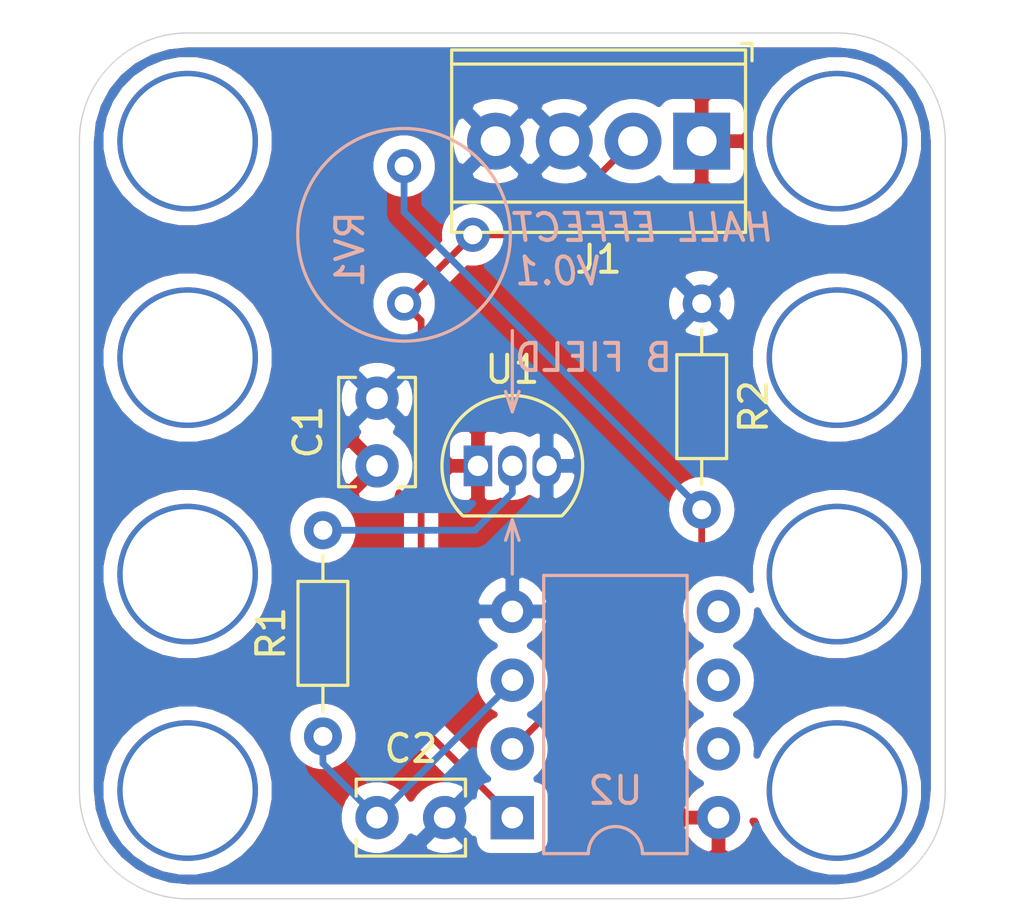
<source format=kicad_pcb>
(kicad_pcb (version 20171130) (host pcbnew "(5.1.4)-1")

  (general
    (thickness 1.6)
    (drawings 41)
    (tracks 18)
    (zones 0)
    (modules 16)
    (nets 7)
  )

  (page A4)
  (layers
    (0 F.Cu signal)
    (31 B.Cu signal)
    (32 B.Adhes user)
    (33 F.Adhes user)
    (34 B.Paste user)
    (35 F.Paste user)
    (36 B.SilkS user)
    (37 F.SilkS user)
    (38 B.Mask user)
    (39 F.Mask user)
    (40 Dwgs.User user)
    (41 Cmts.User user)
    (42 Eco1.User user)
    (43 Eco2.User user)
    (44 Edge.Cuts user)
    (45 Margin user)
    (46 B.CrtYd user)
    (47 F.CrtYd user)
    (48 B.Fab user)
    (49 F.Fab user)
  )

  (setup
    (last_trace_width 0.25)
    (trace_clearance 0.2)
    (zone_clearance 0.508)
    (zone_45_only no)
    (trace_min 0.2)
    (via_size 0.8)
    (via_drill 0.4)
    (via_min_size 0.4)
    (via_min_drill 0.3)
    (uvia_size 0.3)
    (uvia_drill 0.1)
    (uvias_allowed no)
    (uvia_min_size 0.2)
    (uvia_min_drill 0.1)
    (edge_width 0.05)
    (segment_width 0.2)
    (pcb_text_width 0.3)
    (pcb_text_size 1.5 1.5)
    (mod_edge_width 0.12)
    (mod_text_size 1 1)
    (mod_text_width 0.15)
    (pad_size 1.524 1.524)
    (pad_drill 0.762)
    (pad_to_mask_clearance 0.051)
    (solder_mask_min_width 0.25)
    (aux_axis_origin 0 0)
    (visible_elements FFFFFF7F)
    (pcbplotparams
      (layerselection 0x010fc_ffffffff)
      (usegerberextensions false)
      (usegerberattributes false)
      (usegerberadvancedattributes false)
      (creategerberjobfile false)
      (excludeedgelayer true)
      (linewidth 0.100000)
      (plotframeref false)
      (viasonmask false)
      (mode 1)
      (useauxorigin false)
      (hpglpennumber 1)
      (hpglpenspeed 20)
      (hpglpendiameter 15.000000)
      (psnegative false)
      (psa4output false)
      (plotreference true)
      (plotvalue true)
      (plotinvisibletext false)
      (padsonsilk false)
      (subtractmaskfromsilk false)
      (outputformat 1)
      (mirror false)
      (drillshape 1)
      (scaleselection 1)
      (outputdirectory ""))
  )

  (net 0 "")
  (net 1 GND)
  (net 2 VCC)
  (net 3 "Net-(C2-Pad1)")
  (net 4 /SENSOR_OUT)
  (net 5 "Net-(R1-Pad2)")
  (net 6 "Net-(R2-Pad2)")

  (net_class Default "This is the default net class."
    (clearance 0.2)
    (trace_width 0.25)
    (via_dia 0.8)
    (via_drill 0.4)
    (uvia_dia 0.3)
    (uvia_drill 0.1)
    (add_net /SENSOR_OUT)
    (add_net GND)
    (add_net "Net-(C2-Pad1)")
    (add_net "Net-(R1-Pad2)")
    (add_net "Net-(R2-Pad2)")
    (add_net VCC)
  )

  (module ElectromagnetLegoLib:LEGO_CONNECTOR_PAD (layer F.Cu) (tedit 5DC35102) (tstamp 5DC4B607)
    (at 16 8 180)
    (path /5DC6E891)
    (fp_text reference H3 (at 0 0.5) (layer F.SilkS)
      (effects (font (size 1 1) (thickness 0.15)))
    )
    (fp_text value MountingHole_Pad (at 0 -0.5) (layer F.Fab)
      (effects (font (size 1 1) (thickness 0.15)))
    )
    (pad 1 thru_hole circle (at 0 0 180) (size 5.2 5.2) (drill 4.8) (layers *.Cu *.Mask))
  )

  (module ElectromagnetLegoLib:LEGO_CONNECTOR_PAD (layer F.Cu) (tedit 5DC35102) (tstamp 5DC4B603)
    (at 16 16 180)
    (path /5DC6DFA4)
    (fp_text reference H2 (at 0 0.5) (layer F.SilkS)
      (effects (font (size 1 1) (thickness 0.15)))
    )
    (fp_text value MountingHole_Pad (at 0 -0.5) (layer F.Fab)
      (effects (font (size 1 1) (thickness 0.15)))
    )
    (pad 1 thru_hole circle (at 0 0 180) (size 5.2 5.2) (drill 4.8) (layers *.Cu *.Mask))
  )

  (module ElectromagnetLegoLib:LEGO_CONNECTOR_PAD (layer F.Cu) (tedit 5DC35102) (tstamp 5DC4B5FF)
    (at 16 24 180)
    (path /5DC61DD3)
    (fp_text reference H1 (at 0 0.5) (layer F.SilkS)
      (effects (font (size 1 1) (thickness 0.15)))
    )
    (fp_text value MountingHole_Pad (at 0 -0.5) (layer F.Fab)
      (effects (font (size 1 1) (thickness 0.15)))
    )
    (pad 1 thru_hole circle (at 0 0 180) (size 5.2 5.2) (drill 4.8) (layers *.Cu *.Mask))
  )

  (module ElectromagnetLegoLib:LEGO_CONNECTOR_PAD (layer F.Cu) (tedit 5DC35102) (tstamp 5DC4B5FB)
    (at 16 0 180)
    (path /5DC6E897)
    (fp_text reference H4 (at 0 0.5) (layer F.SilkS)
      (effects (font (size 1 1) (thickness 0.15)))
    )
    (fp_text value MountingHole_Pad (at 0 -0.5) (layer F.Fab)
      (effects (font (size 1 1) (thickness 0.15)))
    )
    (pad 1 thru_hole circle (at 0 0 180) (size 5.2 5.2) (drill 4.8) (layers *.Cu *.Mask))
  )

  (module ElectromagnetLegoLib:LEGO_CONNECTOR_PAD (layer F.Cu) (tedit 5DC35102) (tstamp 5DC4AD77)
    (at -8 16)
    (path /5DC6E891)
    (fp_text reference H3 (at 0 0.5) (layer F.SilkS)
      (effects (font (size 1 1) (thickness 0.15)))
    )
    (fp_text value MountingHole_Pad (at 0 -0.5) (layer F.Fab)
      (effects (font (size 1 1) (thickness 0.15)))
    )
    (pad 1 thru_hole circle (at 0 0) (size 5.2 5.2) (drill 4.8) (layers *.Cu *.Mask))
  )

  (module ElectromagnetLegoLib:LEGO_CONNECTOR_PAD (layer F.Cu) (tedit 5DC35102) (tstamp 5DC4AD73)
    (at -8 8)
    (path /5DC6DFA4)
    (fp_text reference H2 (at 0 0.5) (layer F.SilkS)
      (effects (font (size 1 1) (thickness 0.15)))
    )
    (fp_text value MountingHole_Pad (at 0 -0.5) (layer F.Fab)
      (effects (font (size 1 1) (thickness 0.15)))
    )
    (pad 1 thru_hole circle (at 0 0) (size 5.2 5.2) (drill 4.8) (layers *.Cu *.Mask))
  )

  (module ElectromagnetLegoLib:LEGO_CONNECTOR_PAD (layer F.Cu) (tedit 5DC35102) (tstamp 5DC4AD6F)
    (at -8 0)
    (path /5DC61DD3)
    (fp_text reference H1 (at 0 0.5) (layer F.SilkS)
      (effects (font (size 1 1) (thickness 0.15)))
    )
    (fp_text value MountingHole_Pad (at 0 -0.5) (layer F.Fab)
      (effects (font (size 1 1) (thickness 0.15)))
    )
    (pad 1 thru_hole circle (at 0 0) (size 5.2 5.2) (drill 4.8) (layers *.Cu *.Mask))
  )

  (module ElectromagnetLegoLib:LEGO_CONNECTOR_PAD (layer F.Cu) (tedit 5DC35102) (tstamp 5DC4AD6B)
    (at -8 24)
    (path /5DC6E897)
    (fp_text reference H4 (at 0 0.5) (layer F.SilkS)
      (effects (font (size 1 1) (thickness 0.15)))
    )
    (fp_text value MountingHole_Pad (at 0 -0.5) (layer F.Fab)
      (effects (font (size 1 1) (thickness 0.15)))
    )
    (pad 1 thru_hole circle (at 0 0) (size 5.2 5.2) (drill 4.8) (layers *.Cu *.Mask))
  )

  (module Package_DIP:DIP-8_W7.62mm (layer B.Cu) (tedit 5A02E8C5) (tstamp 5DC4B393)
    (at 4 25)
    (descr "8-lead though-hole mounted DIP package, row spacing 7.62 mm (300 mils)")
    (tags "THT DIP DIL PDIP 2.54mm 7.62mm 300mil")
    (path /5DC4F464)
    (fp_text reference U2 (at 3.81 -1) (layer B.SilkS)
      (effects (font (size 1 1) (thickness 0.15)) (justify mirror))
    )
    (fp_text value LM358 (at 3.81 -9.95) (layer B.Fab)
      (effects (font (size 1 1) (thickness 0.15)) (justify mirror))
    )
    (fp_text user %R (at 3.81 -3.81) (layer B.Fab)
      (effects (font (size 1 1) (thickness 0.15)) (justify mirror))
    )
    (fp_line (start 8.7 1.55) (end -1.1 1.55) (layer B.CrtYd) (width 0.05))
    (fp_line (start 8.7 -9.15) (end 8.7 1.55) (layer B.CrtYd) (width 0.05))
    (fp_line (start -1.1 -9.15) (end 8.7 -9.15) (layer B.CrtYd) (width 0.05))
    (fp_line (start -1.1 1.55) (end -1.1 -9.15) (layer B.CrtYd) (width 0.05))
    (fp_line (start 6.46 1.33) (end 4.81 1.33) (layer B.SilkS) (width 0.12))
    (fp_line (start 6.46 -8.95) (end 6.46 1.33) (layer B.SilkS) (width 0.12))
    (fp_line (start 1.16 -8.95) (end 6.46 -8.95) (layer B.SilkS) (width 0.12))
    (fp_line (start 1.16 1.33) (end 1.16 -8.95) (layer B.SilkS) (width 0.12))
    (fp_line (start 2.81 1.33) (end 1.16 1.33) (layer B.SilkS) (width 0.12))
    (fp_line (start 0.635 0.27) (end 1.635 1.27) (layer B.Fab) (width 0.1))
    (fp_line (start 0.635 -8.89) (end 0.635 0.27) (layer B.Fab) (width 0.1))
    (fp_line (start 6.985 -8.89) (end 0.635 -8.89) (layer B.Fab) (width 0.1))
    (fp_line (start 6.985 1.27) (end 6.985 -8.89) (layer B.Fab) (width 0.1))
    (fp_line (start 1.635 1.27) (end 6.985 1.27) (layer B.Fab) (width 0.1))
    (fp_arc (start 3.81 1.33) (end 2.81 1.33) (angle 180) (layer B.SilkS) (width 0.12))
    (pad 8 thru_hole oval (at 7.62 0) (size 1.6 1.6) (drill 0.8) (layers *.Cu *.Mask)
      (net 2 VCC))
    (pad 4 thru_hole oval (at 0 -7.62) (size 1.6 1.6) (drill 0.8) (layers *.Cu *.Mask)
      (net 1 GND))
    (pad 7 thru_hole oval (at 7.62 -2.54) (size 1.6 1.6) (drill 0.8) (layers *.Cu *.Mask))
    (pad 3 thru_hole oval (at 0 -5.08) (size 1.6 1.6) (drill 0.8) (layers *.Cu *.Mask)
      (net 3 "Net-(C2-Pad1)"))
    (pad 6 thru_hole oval (at 7.62 -5.08) (size 1.6 1.6) (drill 0.8) (layers *.Cu *.Mask))
    (pad 2 thru_hole oval (at 0 -2.54) (size 1.6 1.6) (drill 0.8) (layers *.Cu *.Mask)
      (net 6 "Net-(R2-Pad2)"))
    (pad 5 thru_hole oval (at 7.62 -7.62) (size 1.6 1.6) (drill 0.8) (layers *.Cu *.Mask))
    (pad 1 thru_hole rect (at 0 0) (size 1.6 1.6) (drill 0.8) (layers *.Cu *.Mask)
      (net 4 /SENSOR_OUT))
    (model ${KISYS3DMOD}/Package_DIP.3dshapes/DIP-8_W7.62mm.wrl
      (at (xyz 0 0 0))
      (scale (xyz 1 1 1))
      (rotate (xyz 0 0 0))
    )
  )

  (module Package_TO_SOT_THT:TO-92_Inline (layer F.Cu) (tedit 5A1DD157) (tstamp 5DC4B377)
    (at 2.73 12)
    (descr "TO-92 leads in-line, narrow, oval pads, drill 0.75mm (see NXP sot054_po.pdf)")
    (tags "to-92 sc-43 sc-43a sot54 PA33 transistor")
    (path /5DC4B810)
    (fp_text reference U1 (at 1.27 -3.56) (layer F.SilkS)
      (effects (font (size 1 1) (thickness 0.15)))
    )
    (fp_text value DRV5053 (at 1.27 2.79) (layer F.Fab)
      (effects (font (size 1 1) (thickness 0.15)))
    )
    (fp_arc (start 1.27 0) (end 1.27 -2.6) (angle 135) (layer F.SilkS) (width 0.12))
    (fp_arc (start 1.27 0) (end 1.27 -2.48) (angle -135) (layer F.Fab) (width 0.1))
    (fp_arc (start 1.27 0) (end 1.27 -2.6) (angle -135) (layer F.SilkS) (width 0.12))
    (fp_arc (start 1.27 0) (end 1.27 -2.48) (angle 135) (layer F.Fab) (width 0.1))
    (fp_line (start 4 2.01) (end -1.46 2.01) (layer F.CrtYd) (width 0.05))
    (fp_line (start 4 2.01) (end 4 -2.73) (layer F.CrtYd) (width 0.05))
    (fp_line (start -1.46 -2.73) (end -1.46 2.01) (layer F.CrtYd) (width 0.05))
    (fp_line (start -1.46 -2.73) (end 4 -2.73) (layer F.CrtYd) (width 0.05))
    (fp_line (start -0.5 1.75) (end 3 1.75) (layer F.Fab) (width 0.1))
    (fp_line (start -0.53 1.85) (end 3.07 1.85) (layer F.SilkS) (width 0.12))
    (fp_text user %R (at 1.27 -3.56) (layer F.Fab)
      (effects (font (size 1 1) (thickness 0.15)))
    )
    (pad 1 thru_hole rect (at 0 0) (size 1.05 1.5) (drill 0.75) (layers *.Cu *.Mask)
      (net 2 VCC))
    (pad 3 thru_hole oval (at 2.54 0) (size 1.05 1.5) (drill 0.75) (layers *.Cu *.Mask)
      (net 1 GND))
    (pad 2 thru_hole oval (at 1.27 0) (size 1.05 1.5) (drill 0.75) (layers *.Cu *.Mask)
      (net 5 "Net-(R1-Pad2)"))
    (model ${KISYS3DMOD}/Package_TO_SOT_THT.3dshapes/TO-92_Inline.wrl
      (at (xyz 0 0 0))
      (scale (xyz 1 1 1))
      (rotate (xyz 0 0 0))
    )
  )

  (module Potentiometer_THT:Potentiometer_Bourns_3339P_Vertical (layer B.Cu) (tedit 5A3D4993) (tstamp 5DC4B365)
    (at 0 6 180)
    (descr "Potentiometer, vertical, Bourns 3339P, http://www.bourns.com/docs/Product-Datasheets/3339.pdf")
    (tags "Potentiometer vertical Bourns 3339P")
    (path /5DC64A46)
    (fp_text reference RV1 (at 2 2 90) (layer B.SilkS)
      (effects (font (size 1 1) (thickness 0.15)) (justify mirror))
    )
    (fp_text value 20k (at 0 -2.52) (layer B.Fab)
      (effects (font (size 1 1) (thickness 0.15)) (justify mirror))
    )
    (fp_text user %R (at -3.018 2.54 -90) (layer B.Fab)
      (effects (font (size 0.66 0.66) (thickness 0.15)) (justify mirror))
    )
    (fp_line (start 4.1 6.6) (end -4.1 6.6) (layer B.CrtYd) (width 0.05))
    (fp_line (start 4.1 -1.55) (end 4.1 6.6) (layer B.CrtYd) (width 0.05))
    (fp_line (start -4.1 -1.55) (end 4.1 -1.55) (layer B.CrtYd) (width 0.05))
    (fp_line (start -4.1 6.6) (end -4.1 -1.55) (layer B.CrtYd) (width 0.05))
    (fp_line (start 0 0.064) (end 0.001 5.014) (layer B.Fab) (width 0.1))
    (fp_line (start 0 0.064) (end 0.001 5.014) (layer B.Fab) (width 0.1))
    (fp_circle (center 0 2.54) (end 3.93 2.54) (layer B.SilkS) (width 0.12))
    (fp_circle (center 0 2.54) (end 2.5 2.54) (layer B.Fab) (width 0.1))
    (fp_circle (center 0 2.54) (end 3.81 2.54) (layer B.Fab) (width 0.1))
    (pad 1 thru_hole circle (at 0 0 180) (size 1.26 1.26) (drill 0.7) (layers *.Cu *.Mask)
      (net 4 /SENSOR_OUT))
    (pad 2 thru_hole circle (at -2.54 2.54 180) (size 1.26 1.26) (drill 0.7) (layers *.Cu *.Mask)
      (net 4 /SENSOR_OUT))
    (pad 3 thru_hole circle (at 0 5.08 180) (size 1.26 1.26) (drill 0.7) (layers *.Cu *.Mask)
      (net 6 "Net-(R2-Pad2)"))
    (model ${KISYS3DMOD}/Potentiometer_THT.3dshapes/Potentiometer_Bourns_3339P_Vertical.wrl
      (at (xyz 0 0 0))
      (scale (xyz 1 1 1))
      (rotate (xyz 0 0 0))
    )
  )

  (module Resistor_THT:R_Axial_DIN0204_L3.6mm_D1.6mm_P7.62mm_Horizontal (layer F.Cu) (tedit 5AE5139B) (tstamp 5DC4B354)
    (at 11 6 270)
    (descr "Resistor, Axial_DIN0204 series, Axial, Horizontal, pin pitch=7.62mm, 0.167W, length*diameter=3.6*1.6mm^2, http://cdn-reichelt.de/documents/datenblatt/B400/1_4W%23YAG.pdf")
    (tags "Resistor Axial_DIN0204 series Axial Horizontal pin pitch 7.62mm 0.167W length 3.6mm diameter 1.6mm")
    (path /5DC656C7)
    (fp_text reference R2 (at 3.81 -1.92 90) (layer F.SilkS)
      (effects (font (size 1 1) (thickness 0.15)))
    )
    (fp_text value 1k (at 3.81 1.92 90) (layer F.Fab)
      (effects (font (size 1 1) (thickness 0.15)))
    )
    (fp_text user %R (at 3.81 0 90) (layer F.Fab)
      (effects (font (size 0.72 0.72) (thickness 0.108)))
    )
    (fp_line (start 8.57 -1.05) (end -0.95 -1.05) (layer F.CrtYd) (width 0.05))
    (fp_line (start 8.57 1.05) (end 8.57 -1.05) (layer F.CrtYd) (width 0.05))
    (fp_line (start -0.95 1.05) (end 8.57 1.05) (layer F.CrtYd) (width 0.05))
    (fp_line (start -0.95 -1.05) (end -0.95 1.05) (layer F.CrtYd) (width 0.05))
    (fp_line (start 6.68 0) (end 5.73 0) (layer F.SilkS) (width 0.12))
    (fp_line (start 0.94 0) (end 1.89 0) (layer F.SilkS) (width 0.12))
    (fp_line (start 5.73 -0.92) (end 1.89 -0.92) (layer F.SilkS) (width 0.12))
    (fp_line (start 5.73 0.92) (end 5.73 -0.92) (layer F.SilkS) (width 0.12))
    (fp_line (start 1.89 0.92) (end 5.73 0.92) (layer F.SilkS) (width 0.12))
    (fp_line (start 1.89 -0.92) (end 1.89 0.92) (layer F.SilkS) (width 0.12))
    (fp_line (start 7.62 0) (end 5.61 0) (layer F.Fab) (width 0.1))
    (fp_line (start 0 0) (end 2.01 0) (layer F.Fab) (width 0.1))
    (fp_line (start 5.61 -0.8) (end 2.01 -0.8) (layer F.Fab) (width 0.1))
    (fp_line (start 5.61 0.8) (end 5.61 -0.8) (layer F.Fab) (width 0.1))
    (fp_line (start 2.01 0.8) (end 5.61 0.8) (layer F.Fab) (width 0.1))
    (fp_line (start 2.01 -0.8) (end 2.01 0.8) (layer F.Fab) (width 0.1))
    (pad 2 thru_hole oval (at 7.62 0 270) (size 1.4 1.4) (drill 0.7) (layers *.Cu *.Mask)
      (net 6 "Net-(R2-Pad2)"))
    (pad 1 thru_hole circle (at 0 0 270) (size 1.4 1.4) (drill 0.7) (layers *.Cu *.Mask)
      (net 1 GND))
    (model ${KISYS3DMOD}/Resistor_THT.3dshapes/R_Axial_DIN0204_L3.6mm_D1.6mm_P7.62mm_Horizontal.wrl
      (at (xyz 0 0 0))
      (scale (xyz 1 1 1))
      (rotate (xyz 0 0 0))
    )
  )

  (module Resistor_THT:R_Axial_DIN0204_L3.6mm_D1.6mm_P7.62mm_Horizontal (layer F.Cu) (tedit 5AE5139B) (tstamp 5DC4B33D)
    (at -3 22 90)
    (descr "Resistor, Axial_DIN0204 series, Axial, Horizontal, pin pitch=7.62mm, 0.167W, length*diameter=3.6*1.6mm^2, http://cdn-reichelt.de/documents/datenblatt/B400/1_4W%23YAG.pdf")
    (tags "Resistor Axial_DIN0204 series Axial Horizontal pin pitch 7.62mm 0.167W length 3.6mm diameter 1.6mm")
    (path /5DC54DD4)
    (fp_text reference R1 (at 3.81 -1.92 90) (layer F.SilkS)
      (effects (font (size 1 1) (thickness 0.15)))
    )
    (fp_text value 10k (at 3.81 1.92 90) (layer F.Fab)
      (effects (font (size 1 1) (thickness 0.15)))
    )
    (fp_text user %R (at 3.81 0 90) (layer F.Fab)
      (effects (font (size 0.72 0.72) (thickness 0.108)))
    )
    (fp_line (start 8.57 -1.05) (end -0.95 -1.05) (layer F.CrtYd) (width 0.05))
    (fp_line (start 8.57 1.05) (end 8.57 -1.05) (layer F.CrtYd) (width 0.05))
    (fp_line (start -0.95 1.05) (end 8.57 1.05) (layer F.CrtYd) (width 0.05))
    (fp_line (start -0.95 -1.05) (end -0.95 1.05) (layer F.CrtYd) (width 0.05))
    (fp_line (start 6.68 0) (end 5.73 0) (layer F.SilkS) (width 0.12))
    (fp_line (start 0.94 0) (end 1.89 0) (layer F.SilkS) (width 0.12))
    (fp_line (start 5.73 -0.92) (end 1.89 -0.92) (layer F.SilkS) (width 0.12))
    (fp_line (start 5.73 0.92) (end 5.73 -0.92) (layer F.SilkS) (width 0.12))
    (fp_line (start 1.89 0.92) (end 5.73 0.92) (layer F.SilkS) (width 0.12))
    (fp_line (start 1.89 -0.92) (end 1.89 0.92) (layer F.SilkS) (width 0.12))
    (fp_line (start 7.62 0) (end 5.61 0) (layer F.Fab) (width 0.1))
    (fp_line (start 0 0) (end 2.01 0) (layer F.Fab) (width 0.1))
    (fp_line (start 5.61 -0.8) (end 2.01 -0.8) (layer F.Fab) (width 0.1))
    (fp_line (start 5.61 0.8) (end 5.61 -0.8) (layer F.Fab) (width 0.1))
    (fp_line (start 2.01 0.8) (end 5.61 0.8) (layer F.Fab) (width 0.1))
    (fp_line (start 2.01 -0.8) (end 2.01 0.8) (layer F.Fab) (width 0.1))
    (pad 2 thru_hole oval (at 7.62 0 90) (size 1.4 1.4) (drill 0.7) (layers *.Cu *.Mask)
      (net 5 "Net-(R1-Pad2)"))
    (pad 1 thru_hole circle (at 0 0 90) (size 1.4 1.4) (drill 0.7) (layers *.Cu *.Mask)
      (net 3 "Net-(C2-Pad1)"))
    (model ${KISYS3DMOD}/Resistor_THT.3dshapes/R_Axial_DIN0204_L3.6mm_D1.6mm_P7.62mm_Horizontal.wrl
      (at (xyz 0 0 0))
      (scale (xyz 1 1 1))
      (rotate (xyz 0 0 0))
    )
  )

  (module TerminalBlock_TE-Connectivity:TerminalBlock_TE_282834-4_1x04_P2.54mm_Horizontal (layer F.Cu) (tedit 5B1EC513) (tstamp 5DC4B326)
    (at 11 0 180)
    (descr "Terminal Block TE 282834-4, 4 pins, pitch 2.54mm, size 10.620000000000001x6.5mm^2, drill diamater 1.1mm, pad diameter 2.1mm, see http://www.te.com/commerce/DocumentDelivery/DDEController?Action=showdoc&DocId=Customer+Drawing%7F282834%7FC1%7Fpdf%7FEnglish%7FENG_CD_282834_C1.pdf, script-generated using https://github.com/pointhi/kicad-footprint-generator/scripts/TerminalBlock_TE-Connectivity")
    (tags "THT Terminal Block TE 282834-4 pitch 2.54mm size 10.620000000000001x6.5mm^2 drill 1.1mm pad 2.1mm")
    (path /5DC4CE19)
    (fp_text reference J1 (at 3.81 -4.37) (layer F.SilkS)
      (effects (font (size 1 1) (thickness 0.15)))
    )
    (fp_text value Screw_Terminal_01x04 (at 3.81 4.37) (layer F.Fab)
      (effects (font (size 1 1) (thickness 0.15)))
    )
    (fp_text user %R (at 3.81 2) (layer F.Fab)
      (effects (font (size 1 1) (thickness 0.15)))
    )
    (fp_line (start 9.63 -3.75) (end -2 -3.75) (layer F.CrtYd) (width 0.05))
    (fp_line (start 9.63 3.75) (end 9.63 -3.75) (layer F.CrtYd) (width 0.05))
    (fp_line (start -2 3.75) (end 9.63 3.75) (layer F.CrtYd) (width 0.05))
    (fp_line (start -2 -3.75) (end -2 3.75) (layer F.CrtYd) (width 0.05))
    (fp_line (start -1.86 3.61) (end -1.46 3.61) (layer F.SilkS) (width 0.12))
    (fp_line (start -1.86 2.97) (end -1.86 3.61) (layer F.SilkS) (width 0.12))
    (fp_line (start 8.321 -0.835) (end 6.786 0.7) (layer F.Fab) (width 0.1))
    (fp_line (start 8.455 -0.7) (end 6.92 0.835) (layer F.Fab) (width 0.1))
    (fp_line (start 5.781 -0.835) (end 4.246 0.7) (layer F.Fab) (width 0.1))
    (fp_line (start 5.915 -0.7) (end 4.38 0.835) (layer F.Fab) (width 0.1))
    (fp_line (start 3.241 -0.835) (end 1.706 0.7) (layer F.Fab) (width 0.1))
    (fp_line (start 3.375 -0.7) (end 1.84 0.835) (layer F.Fab) (width 0.1))
    (fp_line (start 0.701 -0.835) (end -0.835 0.7) (layer F.Fab) (width 0.1))
    (fp_line (start 0.835 -0.7) (end -0.701 0.835) (layer F.Fab) (width 0.1))
    (fp_line (start 9.241 -3.37) (end 9.241 3.37) (layer F.SilkS) (width 0.12))
    (fp_line (start -1.62 -3.37) (end -1.62 3.37) (layer F.SilkS) (width 0.12))
    (fp_line (start -1.62 3.37) (end 9.241 3.37) (layer F.SilkS) (width 0.12))
    (fp_line (start -1.62 -3.37) (end 9.241 -3.37) (layer F.SilkS) (width 0.12))
    (fp_line (start -1.62 -2.25) (end 9.241 -2.25) (layer F.SilkS) (width 0.12))
    (fp_line (start -1.5 -2.25) (end 9.12 -2.25) (layer F.Fab) (width 0.1))
    (fp_line (start -1.62 2.85) (end 9.241 2.85) (layer F.SilkS) (width 0.12))
    (fp_line (start -1.5 2.85) (end 9.12 2.85) (layer F.Fab) (width 0.1))
    (fp_line (start -1.5 2.85) (end -1.5 -3.25) (layer F.Fab) (width 0.1))
    (fp_line (start -1.1 3.25) (end -1.5 2.85) (layer F.Fab) (width 0.1))
    (fp_line (start 9.12 3.25) (end -1.1 3.25) (layer F.Fab) (width 0.1))
    (fp_line (start 9.12 -3.25) (end 9.12 3.25) (layer F.Fab) (width 0.1))
    (fp_line (start -1.5 -3.25) (end 9.12 -3.25) (layer F.Fab) (width 0.1))
    (fp_circle (center 7.62 0) (end 8.72 0) (layer F.Fab) (width 0.1))
    (fp_circle (center 5.08 0) (end 6.18 0) (layer F.Fab) (width 0.1))
    (fp_circle (center 2.54 0) (end 3.64 0) (layer F.Fab) (width 0.1))
    (fp_circle (center 0 0) (end 1.1 0) (layer F.Fab) (width 0.1))
    (pad 4 thru_hole circle (at 7.62 0 180) (size 2.1 2.1) (drill 1.1) (layers *.Cu *.Mask)
      (net 1 GND))
    (pad 3 thru_hole circle (at 5.08 0 180) (size 2.1 2.1) (drill 1.1) (layers *.Cu *.Mask)
      (net 1 GND))
    (pad 2 thru_hole circle (at 2.54 0 180) (size 2.1 2.1) (drill 1.1) (layers *.Cu *.Mask)
      (net 4 /SENSOR_OUT))
    (pad 1 thru_hole rect (at 0 0 180) (size 2.1 2.1) (drill 1.1) (layers *.Cu *.Mask)
      (net 2 VCC))
    (model ${KISYS3DMOD}/TerminalBlock_TE-Connectivity.3dshapes/TerminalBlock_TE_282834-4_1x04_P2.54mm_Horizontal.wrl
      (at (xyz 0 0 0))
      (scale (xyz 1 1 1))
      (rotate (xyz 0 0 0))
    )
  )

  (module Capacitor_THT:C_Disc_D3.8mm_W2.6mm_P2.50mm (layer F.Cu) (tedit 5AE50EF0) (tstamp 5DC4B2FE)
    (at -1 25)
    (descr "C, Disc series, Radial, pin pitch=2.50mm, , diameter*width=3.8*2.6mm^2, Capacitor, http://www.vishay.com/docs/45233/krseries.pdf")
    (tags "C Disc series Radial pin pitch 2.50mm  diameter 3.8mm width 2.6mm Capacitor")
    (path /5DC5868B)
    (fp_text reference C2 (at 1.25 -2.55) (layer F.SilkS)
      (effects (font (size 1 1) (thickness 0.15)))
    )
    (fp_text value 0.1u (at 1.25 2.55) (layer F.Fab)
      (effects (font (size 1 1) (thickness 0.15)))
    )
    (fp_text user %R (at 1.25 0) (layer F.Fab)
      (effects (font (size 0.76 0.76) (thickness 0.114)))
    )
    (fp_line (start 3.55 -1.55) (end -1.05 -1.55) (layer F.CrtYd) (width 0.05))
    (fp_line (start 3.55 1.55) (end 3.55 -1.55) (layer F.CrtYd) (width 0.05))
    (fp_line (start -1.05 1.55) (end 3.55 1.55) (layer F.CrtYd) (width 0.05))
    (fp_line (start -1.05 -1.55) (end -1.05 1.55) (layer F.CrtYd) (width 0.05))
    (fp_line (start 3.27 0.795) (end 3.27 1.42) (layer F.SilkS) (width 0.12))
    (fp_line (start 3.27 -1.42) (end 3.27 -0.795) (layer F.SilkS) (width 0.12))
    (fp_line (start -0.77 0.795) (end -0.77 1.42) (layer F.SilkS) (width 0.12))
    (fp_line (start -0.77 -1.42) (end -0.77 -0.795) (layer F.SilkS) (width 0.12))
    (fp_line (start -0.77 1.42) (end 3.27 1.42) (layer F.SilkS) (width 0.12))
    (fp_line (start -0.77 -1.42) (end 3.27 -1.42) (layer F.SilkS) (width 0.12))
    (fp_line (start 3.15 -1.3) (end -0.65 -1.3) (layer F.Fab) (width 0.1))
    (fp_line (start 3.15 1.3) (end 3.15 -1.3) (layer F.Fab) (width 0.1))
    (fp_line (start -0.65 1.3) (end 3.15 1.3) (layer F.Fab) (width 0.1))
    (fp_line (start -0.65 -1.3) (end -0.65 1.3) (layer F.Fab) (width 0.1))
    (pad 2 thru_hole circle (at 2.5 0) (size 1.6 1.6) (drill 0.8) (layers *.Cu *.Mask)
      (net 1 GND))
    (pad 1 thru_hole circle (at 0 0) (size 1.6 1.6) (drill 0.8) (layers *.Cu *.Mask)
      (net 3 "Net-(C2-Pad1)"))
    (model ${KISYS3DMOD}/Capacitor_THT.3dshapes/C_Disc_D3.8mm_W2.6mm_P2.50mm.wrl
      (at (xyz 0 0 0))
      (scale (xyz 1 1 1))
      (rotate (xyz 0 0 0))
    )
  )

  (module Capacitor_THT:C_Disc_D3.8mm_W2.6mm_P2.50mm (layer F.Cu) (tedit 5AE50EF0) (tstamp 5DC4B2E9)
    (at -1 12 90)
    (descr "C, Disc series, Radial, pin pitch=2.50mm, , diameter*width=3.8*2.6mm^2, Capacitor, http://www.vishay.com/docs/45233/krseries.pdf")
    (tags "C Disc series Radial pin pitch 2.50mm  diameter 3.8mm width 2.6mm Capacitor")
    (path /5DC56945)
    (fp_text reference C1 (at 1.25 -2.55 90) (layer F.SilkS)
      (effects (font (size 1 1) (thickness 0.15)))
    )
    (fp_text value 0.1u (at 1.25 2.55 90) (layer F.Fab)
      (effects (font (size 1 1) (thickness 0.15)))
    )
    (fp_text user %R (at 1.25 0 90) (layer F.Fab)
      (effects (font (size 0.76 0.76) (thickness 0.114)))
    )
    (fp_line (start 3.55 -1.55) (end -1.05 -1.55) (layer F.CrtYd) (width 0.05))
    (fp_line (start 3.55 1.55) (end 3.55 -1.55) (layer F.CrtYd) (width 0.05))
    (fp_line (start -1.05 1.55) (end 3.55 1.55) (layer F.CrtYd) (width 0.05))
    (fp_line (start -1.05 -1.55) (end -1.05 1.55) (layer F.CrtYd) (width 0.05))
    (fp_line (start 3.27 0.795) (end 3.27 1.42) (layer F.SilkS) (width 0.12))
    (fp_line (start 3.27 -1.42) (end 3.27 -0.795) (layer F.SilkS) (width 0.12))
    (fp_line (start -0.77 0.795) (end -0.77 1.42) (layer F.SilkS) (width 0.12))
    (fp_line (start -0.77 -1.42) (end -0.77 -0.795) (layer F.SilkS) (width 0.12))
    (fp_line (start -0.77 1.42) (end 3.27 1.42) (layer F.SilkS) (width 0.12))
    (fp_line (start -0.77 -1.42) (end 3.27 -1.42) (layer F.SilkS) (width 0.12))
    (fp_line (start 3.15 -1.3) (end -0.65 -1.3) (layer F.Fab) (width 0.1))
    (fp_line (start 3.15 1.3) (end 3.15 -1.3) (layer F.Fab) (width 0.1))
    (fp_line (start -0.65 1.3) (end 3.15 1.3) (layer F.Fab) (width 0.1))
    (fp_line (start -0.65 -1.3) (end -0.65 1.3) (layer F.Fab) (width 0.1))
    (pad 2 thru_hole circle (at 2.5 0 90) (size 1.6 1.6) (drill 0.8) (layers *.Cu *.Mask)
      (net 1 GND))
    (pad 1 thru_hole circle (at 0 0 90) (size 1.6 1.6) (drill 0.8) (layers *.Cu *.Mask)
      (net 2 VCC))
    (model ${KISYS3DMOD}/Capacitor_THT.3dshapes/C_Disc_D3.8mm_W2.6mm_P2.50mm.wrl
      (at (xyz 0 0 0))
      (scale (xyz 1 1 1))
      (rotate (xyz 0 0 0))
    )
  )

  (gr_line (start 4 14) (end 3.75 14.75) (layer B.SilkS) (width 0.12))
  (gr_line (start 4 14) (end 4.25 14.75) (layer B.SilkS) (width 0.12))
  (gr_line (start 4 10) (end 4.25 9.25) (layer B.SilkS) (width 0.12))
  (gr_line (start 4 10) (end 3.75 9.25) (layer B.SilkS) (width 0.12))
  (gr_text "B FIELD" (at 7 8) (layer B.SilkS)
    (effects (font (size 1 1) (thickness 0.15)) (justify mirror))
  )
  (gr_line (start 4 14) (end 4 16) (layer B.SilkS) (width 0.12))
  (gr_line (start 4 10) (end 4 7) (layer B.SilkS) (width 0.12))
  (gr_text "HALL EFFECT\nV0.1" (at 4 4) (layer B.SilkS)
    (effects (font (size 1 1) (thickness 0.15) italic) (justify right mirror))
  )
  (gr_curve (pts (xy 8.935947 3.802994) (xy 8.935947 3.75236) (xy 8.872315 3.714163) (xy 8.787897 3.714163)) (layer Dwgs.User) (width 0.002))
  (gr_curve (pts (xy 8.787897 3.891824) (xy 8.872315 3.891824) (xy 8.935947 3.853627) (xy 8.935947 3.802994)) (layer Dwgs.User) (width 0.002))
  (gr_curve (pts (xy 9.054388 3.654943) (xy 9.111714 3.654943) (xy 9.143219 3.67718) (xy 9.143219 3.684553)) (layer Dwgs.User) (width 0.002))
  (gr_line (start 9.32088 3.803467) (end 9.32088 4.227485) (layer Dwgs.User) (width 0.002))
  (gr_curve (pts (xy 8.933608 3.551307) (xy 8.924103 3.514087) (xy 8.87883 3.485868) (xy 8.817507 3.478969)) (layer Dwgs.User) (width 0.002))
  (gr_curve (pts (xy 9.378857 3.767224) (xy 9.383052 3.752823) (xy 9.375814 3.737559) (xy 9.362009 3.731692)) (layer Dwgs.User) (width 0.002))
  (gr_curve (pts (xy 9.3801 3.773383) (xy 9.379915 3.771291) (xy 9.379498 3.769225) (xy 9.378857 3.767224)) (layer Dwgs.User) (width 0.002))
  (gr_curve (pts (xy 8.657849 3.608988) (xy 8.712124 3.670399) (xy 8.863699 3.670369) (xy 8.917945 3.608988)) (layer Dwgs.User) (width 0.002))
  (gr_line (start 9.32088 4.227485) (end 8.817507 4.439435) (layer Dwgs.User) (width 0.002))
  (gr_curve (pts (xy 9.054388 3.595722) (xy 9.033217 3.595722) (xy 9.062324 3.605553) (xy 8.933608 3.551307)) (layer Dwgs.User) (width 0.002))
  (gr_curve (pts (xy 9.274244 3.758845) (xy 9.274244 3.758845) (xy 8.787897 3.963629) (xy 8.787897 3.963629)) (layer Dwgs.User) (width 0.002))
  (gr_curve (pts (xy 9.054388 3.714163) (xy 8.997063 3.714163) (xy 8.965558 3.691926) (xy 8.965558 3.684553)) (layer Dwgs.User) (width 0.002))
  (gr_curve (pts (xy 9.362009 3.731692) (xy 9.362009 3.731692) (xy 9.197583 3.662375) (xy 9.197583 3.662375)) (layer Dwgs.User) (width 0.002))
  (gr_line (start 8.817507 4.015417) (end 9.32088 3.803467) (layer Dwgs.User) (width 0.002))
  (gr_curve (pts (xy 8.787897 4.513638) (xy 8.797905 4.513638) (xy 8.760655 4.527614) (xy 9.361979 4.274447)) (layer Dwgs.User) (width 0.002))
  (gr_curve (pts (xy 9.054388 3.773383) (xy 9.104423 3.777297) (xy 9.153603 3.75874) (xy 9.188582 3.72275)) (layer Dwgs.User) (width 0.002))
  (gr_curve (pts (xy 9.143219 3.684553) (xy 9.143219 3.691926) (xy 9.111714 3.714163) (xy 9.054388 3.714163)) (layer Dwgs.User) (width 0.002))
  (gr_curve (pts (xy 8.965558 3.684553) (xy 8.965558 3.67718) (xy 8.997063 3.654943) (xy 9.054388 3.654943)) (layer Dwgs.User) (width 0.002))
  (gr_curve (pts (xy 9.197583 3.662375) (xy 9.18186 3.6232) (xy 9.125778 3.595722) (xy 9.054388 3.595722)) (layer Dwgs.User) (width 0.002))
  (gr_curve (pts (xy 8.948028 3.621661) (xy 8.863521 3.673153) (xy 8.911578 3.773383) (xy 9.054388 3.773383)) (layer Dwgs.User) (width 0.002))
  (gr_curve (pts (xy 9.188582 3.72275) (xy 9.188582 3.72275) (xy 9.274244 3.758845) (xy 9.274244 3.758845)) (layer Dwgs.User) (width 0.002))
  (gr_curve (pts (xy 9.3801 3.773383) (xy 9.3801 3.773383) (xy 9.3801 3.773383) (xy 9.3801 3.773383)) (layer Dwgs.User) (width 0.002))
  (gr_curve (pts (xy 9.374741 4.263195) (xy 9.382144 4.252032) (xy 9.3801 4.287653) (xy 9.3801 3.773383)) (layer Dwgs.User) (width 0.002))
  (gr_curve (pts (xy 9.361979 4.274447) (xy 9.367511 4.27246) (xy 9.372076 4.268435) (xy 9.374741 4.263195)) (layer Dwgs.User) (width 0.002))
  (gr_curve (pts (xy 8.917945 3.608988) (xy 8.917945 3.608988) (xy 8.948028 3.621661) (xy 8.948028 3.621661)) (layer Dwgs.User) (width 0.002))
  (gr_line (start 16 28) (end -8 28) (layer Edge.Cuts) (width 0.05) (tstamp 5DC4B6CF))
  (gr_line (start -8 -4) (end 16 -4) (layer Edge.Cuts) (width 0.05) (tstamp 5DC4B6CE))
  (gr_arc (start 16 24) (end 16 28) (angle -90) (layer Edge.Cuts) (width 0.05) (tstamp 5DC4B5FA))
  (gr_arc (start 16 0) (end 20 0) (angle -90) (layer Edge.Cuts) (width 0.05) (tstamp 5DC4B5F9))
  (gr_line (start 20 0) (end 20 24) (layer Edge.Cuts) (width 0.05) (tstamp 5DC4B5F8))
  (gr_arc (start -8 24) (end -12 24) (angle -90) (layer Edge.Cuts) (width 0.05) (tstamp 5DC4AD6A))
  (gr_line (start -12 24) (end -12 0) (layer Edge.Cuts) (width 0.05) (tstamp 5DC4AD69))
  (gr_arc (start -8 0) (end -8 -4) (angle -90) (layer Edge.Cuts) (width 0.05) (tstamp 5DC4AD68))

  (segment (start -3 23) (end -1 25) (width 0.25) (layer B.Cu) (net 3))
  (segment (start -3 22) (end -3 23) (width 0.25) (layer B.Cu) (net 3))
  (segment (start 4 20) (end 4 19.92) (width 0.25) (layer B.Cu) (net 3))
  (segment (start -1 25) (end 4 20) (width 0.25) (layer B.Cu) (net 3))
  (segment (start 5 3.46) (end 8.46 0) (width 0.25) (layer F.Cu) (net 4))
  (segment (start 2.54 3.46) (end 5 3.46) (width 0.25) (layer F.Cu) (net 4))
  (segment (start 2.54 3.46) (end 0 6) (width 0.25) (layer F.Cu) (net 4))
  (segment (start 0.629999 21.629999) (end 4 25) (width 0.25) (layer F.Cu) (net 4))
  (segment (start 0.629999 6.629999) (end 0.629999 21.629999) (width 0.25) (layer F.Cu) (net 4))
  (segment (start 0 6) (end 0.629999 6.629999) (width 0.25) (layer F.Cu) (net 4))
  (segment (start -2.010051 14.38) (end -3 14.38) (width 0.25) (layer B.Cu) (net 5))
  (segment (start 2.62 14.38) (end -2.010051 14.38) (width 0.25) (layer B.Cu) (net 5))
  (segment (start 4 13) (end 2.62 14.38) (width 0.25) (layer B.Cu) (net 5))
  (segment (start 4 12) (end 4 13) (width 0.25) (layer B.Cu) (net 5))
  (segment (start 11 15.46) (end 11 13.62) (width 0.25) (layer F.Cu) (net 6))
  (segment (start 4 22.46) (end 11 15.46) (width 0.25) (layer F.Cu) (net 6))
  (segment (start 0 2.62) (end 0 0.92) (width 0.25) (layer B.Cu) (net 6))
  (segment (start 11 13.62) (end 0 2.62) (width 0.25) (layer B.Cu) (net 6))

  (zone (net 2) (net_name VCC) (layer F.Cu) (tstamp 5DC4BA29) (hatch edge 0.508)
    (connect_pads (clearance 0.508))
    (min_thickness 0.254)
    (fill yes (arc_segments 32) (thermal_gap 0.508) (thermal_bridge_width 0.508))
    (polygon
      (pts
        (xy -12 -4) (xy -12 28) (xy 20 28) (xy 20 -4)
      )
    )
    (filled_polygon
      (pts
        (xy 16.648126 -3.273286) (xy 17.271572 -3.085057) (xy 17.846579 -2.779319) (xy 18.351247 -2.367721) (xy 18.766362 -1.865933)
        (xy 19.076105 -1.293076) (xy 19.268682 -0.670961) (xy 19.34 0.007584) (xy 19.340001 23.967711) (xy 19.273286 24.648126)
        (xy 19.085057 25.27157) (xy 18.779323 25.846573) (xy 18.367721 26.351248) (xy 17.865933 26.766362) (xy 17.293077 27.076104)
        (xy 16.670961 27.268682) (xy 15.992417 27.34) (xy -7.967721 27.34) (xy -8.648126 27.273286) (xy -9.27157 27.085057)
        (xy -9.846573 26.779323) (xy -10.351248 26.367721) (xy -10.766362 25.865933) (xy -11.076104 25.293077) (xy -11.268682 24.670961)
        (xy -11.34 23.992417) (xy -11.34 23.68138) (xy -11.235 23.68138) (xy -11.235 24.31862) (xy -11.110681 24.943615)
        (xy -10.86682 25.532347) (xy -10.512789 26.062192) (xy -10.062192 26.512789) (xy -9.532347 26.86682) (xy -8.943615 27.110681)
        (xy -8.31862 27.235) (xy -7.68138 27.235) (xy -7.056385 27.110681) (xy -6.467653 26.86682) (xy -5.937808 26.512789)
        (xy -5.487211 26.062192) (xy -5.13318 25.532347) (xy -4.889319 24.943615) (xy -4.765 24.31862) (xy -4.765 23.68138)
        (xy -4.889319 23.056385) (xy -5.13318 22.467653) (xy -5.487211 21.937808) (xy -5.556505 21.868514) (xy -4.335 21.868514)
        (xy -4.335 22.131486) (xy -4.283696 22.389405) (xy -4.183061 22.632359) (xy -4.036962 22.851013) (xy -3.851013 23.036962)
        (xy -3.632359 23.183061) (xy -3.389405 23.283696) (xy -3.131486 23.335) (xy -2.868514 23.335) (xy -2.610595 23.283696)
        (xy -2.367641 23.183061) (xy -2.148987 23.036962) (xy -1.963038 22.851013) (xy -1.816939 22.632359) (xy -1.716304 22.389405)
        (xy -1.665 22.131486) (xy -1.665 21.868514) (xy -1.716304 21.610595) (xy -1.816939 21.367641) (xy -1.963038 21.148987)
        (xy -2.148987 20.963038) (xy -2.367641 20.816939) (xy -2.610595 20.716304) (xy -2.868514 20.665) (xy -3.131486 20.665)
        (xy -3.389405 20.716304) (xy -3.632359 20.816939) (xy -3.851013 20.963038) (xy -4.036962 21.148987) (xy -4.183061 21.367641)
        (xy -4.283696 21.610595) (xy -4.335 21.868514) (xy -5.556505 21.868514) (xy -5.937808 21.487211) (xy -6.467653 21.13318)
        (xy -7.056385 20.889319) (xy -7.68138 20.765) (xy -8.31862 20.765) (xy -8.943615 20.889319) (xy -9.532347 21.13318)
        (xy -10.062192 21.487211) (xy -10.512789 21.937808) (xy -10.86682 22.467653) (xy -11.110681 23.056385) (xy -11.235 23.68138)
        (xy -11.34 23.68138) (xy -11.34 15.68138) (xy -11.235 15.68138) (xy -11.235 16.31862) (xy -11.110681 16.943615)
        (xy -10.86682 17.532347) (xy -10.512789 18.062192) (xy -10.062192 18.512789) (xy -9.532347 18.86682) (xy -8.943615 19.110681)
        (xy -8.31862 19.235) (xy -7.68138 19.235) (xy -7.056385 19.110681) (xy -6.467653 18.86682) (xy -5.937808 18.512789)
        (xy -5.487211 18.062192) (xy -5.13318 17.532347) (xy -4.889319 16.943615) (xy -4.765 16.31862) (xy -4.765 15.68138)
        (xy -4.889319 15.056385) (xy -5.13318 14.467653) (xy -5.191747 14.38) (xy -4.341459 14.38) (xy -4.315683 14.641706)
        (xy -4.239347 14.893354) (xy -4.115382 15.125275) (xy -3.948555 15.328555) (xy -3.745275 15.495382) (xy -3.513354 15.619347)
        (xy -3.261706 15.695683) (xy -3.065579 15.715) (xy -2.934421 15.715) (xy -2.738294 15.695683) (xy -2.486646 15.619347)
        (xy -2.254725 15.495382) (xy -2.051445 15.328555) (xy -1.884618 15.125275) (xy -1.760653 14.893354) (xy -1.684317 14.641706)
        (xy -1.658541 14.38) (xy -1.684317 14.118294) (xy -1.760653 13.866646) (xy -1.884618 13.634725) (xy -2.051445 13.431445)
        (xy -2.254725 13.264618) (xy -2.486646 13.140653) (xy -2.738294 13.064317) (xy -2.934421 13.045) (xy -3.065579 13.045)
        (xy -3.261706 13.064317) (xy -3.513354 13.140653) (xy -3.745275 13.264618) (xy -3.948555 13.431445) (xy -4.115382 13.634725)
        (xy -4.239347 13.866646) (xy -4.315683 14.118294) (xy -4.341459 14.38) (xy -5.191747 14.38) (xy -5.487211 13.937808)
        (xy -5.937808 13.487211) (xy -6.467653 13.13318) (xy -7.056385 12.889319) (xy -7.68138 12.765) (xy -8.31862 12.765)
        (xy -8.943615 12.889319) (xy -9.532347 13.13318) (xy -10.062192 13.487211) (xy -10.512789 13.937808) (xy -10.86682 14.467653)
        (xy -11.110681 15.056385) (xy -11.235 15.68138) (xy -11.34 15.68138) (xy -11.34 12.070512) (xy -2.440217 12.070512)
        (xy -2.398787 12.35013) (xy -2.303603 12.616292) (xy -2.236671 12.741514) (xy -1.992702 12.813097) (xy -1.179605 12)
        (xy -1.992702 11.186903) (xy -2.236671 11.258486) (xy -2.357571 11.513996) (xy -2.4263 11.788184) (xy -2.440217 12.070512)
        (xy -11.34 12.070512) (xy -11.34 7.68138) (xy -11.235 7.68138) (xy -11.235 8.31862) (xy -11.110681 8.943615)
        (xy -10.86682 9.532347) (xy -10.512789 10.062192) (xy -10.062192 10.512789) (xy -9.532347 10.86682) (xy -8.943615 11.110681)
        (xy -8.31862 11.235) (xy -7.68138 11.235) (xy -7.056385 11.110681) (xy -6.467653 10.86682) (xy -5.937808 10.512789)
        (xy -5.487211 10.062192) (xy -5.13318 9.532347) (xy -5.061239 9.358665) (xy -2.435 9.358665) (xy -2.435 9.641335)
        (xy -2.379853 9.918574) (xy -2.27168 10.179727) (xy -2.114637 10.414759) (xy -1.914759 10.614637) (xy -1.714131 10.748692)
        (xy -1.741514 10.763329) (xy -1.813097 11.007298) (xy -1 11.820395) (xy -0.985858 11.806253) (xy -0.806253 11.985858)
        (xy -0.820395 12) (xy -0.806253 12.014143) (xy -0.985858 12.193748) (xy -1 12.179605) (xy -1.813097 12.992702)
        (xy -1.741514 13.236671) (xy -1.486004 13.357571) (xy -1.211816 13.4263) (xy -0.929488 13.440217) (xy -0.64987 13.398787)
        (xy -0.383708 13.303603) (xy -0.258486 13.236671) (xy -0.186903 12.992704) (xy -0.130001 13.049606) (xy -0.13 21.592666)
        (xy -0.133677 21.629999) (xy -0.119003 21.778984) (xy -0.075547 21.922245) (xy -0.004975 22.054275) (xy 0.058391 22.131486)
        (xy 0.089999 22.17) (xy 0.118997 22.193798) (xy 1.490199 23.565) (xy 1.358665 23.565) (xy 1.081426 23.620147)
        (xy 0.820273 23.72832) (xy 0.585241 23.885363) (xy 0.385363 24.085241) (xy 0.25 24.287827) (xy 0.114637 24.085241)
        (xy -0.085241 23.885363) (xy -0.320273 23.72832) (xy -0.581426 23.620147) (xy -0.858665 23.565) (xy -1.141335 23.565)
        (xy -1.418574 23.620147) (xy -1.679727 23.72832) (xy -1.914759 23.885363) (xy -2.114637 24.085241) (xy -2.27168 24.320273)
        (xy -2.379853 24.581426) (xy -2.435 24.858665) (xy -2.435 25.141335) (xy -2.379853 25.418574) (xy -2.27168 25.679727)
        (xy -2.114637 25.914759) (xy -1.914759 26.114637) (xy -1.679727 26.27168) (xy -1.418574 26.379853) (xy -1.141335 26.435)
        (xy -0.858665 26.435) (xy -0.581426 26.379853) (xy -0.320273 26.27168) (xy -0.085241 26.114637) (xy 0.114637 25.914759)
        (xy 0.25 25.712173) (xy 0.385363 25.914759) (xy 0.585241 26.114637) (xy 0.820273 26.27168) (xy 1.081426 26.379853)
        (xy 1.358665 26.435) (xy 1.641335 26.435) (xy 1.918574 26.379853) (xy 2.179727 26.27168) (xy 2.414759 26.114637)
        (xy 2.581339 25.948057) (xy 2.610498 26.04418) (xy 2.669463 26.154494) (xy 2.748815 26.251185) (xy 2.845506 26.330537)
        (xy 2.95582 26.389502) (xy 3.075518 26.425812) (xy 3.2 26.438072) (xy 4.8 26.438072) (xy 4.924482 26.425812)
        (xy 5.04418 26.389502) (xy 5.154494 26.330537) (xy 5.251185 26.251185) (xy 5.330537 26.154494) (xy 5.389502 26.04418)
        (xy 5.425812 25.924482) (xy 5.438072 25.8) (xy 5.438072 25.349039) (xy 10.228096 25.349039) (xy 10.268754 25.483087)
        (xy 10.388963 25.73742) (xy 10.556481 25.963414) (xy 10.764869 26.152385) (xy 11.006119 26.29707) (xy 11.27096 26.391909)
        (xy 11.493 26.270624) (xy 11.493 25.127) (xy 10.350085 25.127) (xy 10.228096 25.349039) (xy 5.438072 25.349039)
        (xy 5.438072 24.2) (xy 5.425812 24.075518) (xy 5.389502 23.95582) (xy 5.330537 23.845506) (xy 5.251185 23.748815)
        (xy 5.154494 23.669463) (xy 5.04418 23.610498) (xy 4.924482 23.574188) (xy 4.906518 23.572419) (xy 5.019608 23.479608)
        (xy 5.198932 23.261101) (xy 5.332182 23.011808) (xy 5.414236 22.741309) (xy 5.441943 22.46) (xy 5.414236 22.178691)
        (xy 5.400708 22.134093) (xy 10.180598 17.354204) (xy 10.178057 17.38) (xy 10.205764 17.661309) (xy 10.287818 17.931808)
        (xy 10.421068 18.181101) (xy 10.600392 18.399608) (xy 10.818899 18.578932) (xy 10.951858 18.65) (xy 10.818899 18.721068)
        (xy 10.600392 18.900392) (xy 10.421068 19.118899) (xy 10.287818 19.368192) (xy 10.205764 19.638691) (xy 10.178057 19.92)
        (xy 10.205764 20.201309) (xy 10.287818 20.471808) (xy 10.421068 20.721101) (xy 10.600392 20.939608) (xy 10.818899 21.118932)
        (xy 10.951858 21.19) (xy 10.818899 21.261068) (xy 10.600392 21.440392) (xy 10.421068 21.658899) (xy 10.287818 21.908192)
        (xy 10.205764 22.178691) (xy 10.178057 22.46) (xy 10.205764 22.741309) (xy 10.287818 23.011808) (xy 10.421068 23.261101)
        (xy 10.600392 23.479608) (xy 10.818899 23.658932) (xy 10.956682 23.732579) (xy 10.764869 23.847615) (xy 10.556481 24.036586)
        (xy 10.388963 24.26258) (xy 10.268754 24.516913) (xy 10.228096 24.650961) (xy 10.350085 24.873) (xy 11.493 24.873)
        (xy 11.493 24.853) (xy 11.747 24.853) (xy 11.747 24.873) (xy 11.767 24.873) (xy 11.767 25.127)
        (xy 11.747 25.127) (xy 11.747 26.270624) (xy 11.96904 26.391909) (xy 12.233881 26.29707) (xy 12.475131 26.152385)
        (xy 12.683519 25.963414) (xy 12.851037 25.73742) (xy 12.971246 25.483087) (xy 13.011904 25.349039) (xy 12.889916 25.127002)
        (xy 12.96528 25.127002) (xy 13.13318 25.532347) (xy 13.487211 26.062192) (xy 13.937808 26.512789) (xy 14.467653 26.86682)
        (xy 15.056385 27.110681) (xy 15.68138 27.235) (xy 16.31862 27.235) (xy 16.943615 27.110681) (xy 17.532347 26.86682)
        (xy 18.062192 26.512789) (xy 18.512789 26.062192) (xy 18.86682 25.532347) (xy 19.110681 24.943615) (xy 19.235 24.31862)
        (xy 19.235 23.68138) (xy 19.110681 23.056385) (xy 18.86682 22.467653) (xy 18.512789 21.937808) (xy 18.062192 21.487211)
        (xy 17.532347 21.13318) (xy 16.943615 20.889319) (xy 16.31862 20.765) (xy 15.68138 20.765) (xy 15.056385 20.889319)
        (xy 14.467653 21.13318) (xy 13.937808 21.487211) (xy 13.487211 21.937808) (xy 13.13318 22.467653) (xy 13.038731 22.695673)
        (xy 13.061943 22.46) (xy 13.034236 22.178691) (xy 12.952182 21.908192) (xy 12.818932 21.658899) (xy 12.639608 21.440392)
        (xy 12.421101 21.261068) (xy 12.288142 21.19) (xy 12.421101 21.118932) (xy 12.639608 20.939608) (xy 12.818932 20.721101)
        (xy 12.952182 20.471808) (xy 13.034236 20.201309) (xy 13.061943 19.92) (xy 13.034236 19.638691) (xy 12.952182 19.368192)
        (xy 12.818932 19.118899) (xy 12.639608 18.900392) (xy 12.421101 18.721068) (xy 12.288142 18.65) (xy 12.421101 18.578932)
        (xy 12.639608 18.399608) (xy 12.818932 18.181101) (xy 12.952182 17.931808) (xy 13.034236 17.661309) (xy 13.061943 17.38)
        (xy 13.059406 17.354241) (xy 13.13318 17.532347) (xy 13.487211 18.062192) (xy 13.937808 18.512789) (xy 14.467653 18.86682)
        (xy 15.056385 19.110681) (xy 15.68138 19.235) (xy 16.31862 19.235) (xy 16.943615 19.110681) (xy 17.532347 18.86682)
        (xy 18.062192 18.512789) (xy 18.512789 18.062192) (xy 18.86682 17.532347) (xy 19.110681 16.943615) (xy 19.235 16.31862)
        (xy 19.235 15.68138) (xy 19.110681 15.056385) (xy 18.86682 14.467653) (xy 18.512789 13.937808) (xy 18.062192 13.487211)
        (xy 17.532347 13.13318) (xy 16.943615 12.889319) (xy 16.31862 12.765) (xy 15.68138 12.765) (xy 15.056385 12.889319)
        (xy 14.467653 13.13318) (xy 13.937808 13.487211) (xy 13.487211 13.937808) (xy 13.13318 14.467653) (xy 12.889319 15.056385)
        (xy 12.765 15.68138) (xy 12.765 16.31862) (xy 12.816082 16.575426) (xy 12.639608 16.360392) (xy 12.421101 16.181068)
        (xy 12.171808 16.047818) (xy 11.901309 15.965764) (xy 11.690492 15.945) (xy 11.585139 15.945) (xy 11.634974 15.884277)
        (xy 11.705546 15.752247) (xy 11.705546 15.752246) (xy 11.749003 15.608986) (xy 11.76 15.497333) (xy 11.76 15.497323)
        (xy 11.763676 15.46) (xy 11.76 15.422677) (xy 11.76 14.723298) (xy 11.948555 14.568555) (xy 12.115382 14.365275)
        (xy 12.239347 14.133354) (xy 12.315683 13.881706) (xy 12.341459 13.62) (xy 12.315683 13.358294) (xy 12.239347 13.106646)
        (xy 12.115382 12.874725) (xy 11.948555 12.671445) (xy 11.745275 12.504618) (xy 11.513354 12.380653) (xy 11.261706 12.304317)
        (xy 11.065579 12.285) (xy 10.934421 12.285) (xy 10.738294 12.304317) (xy 10.486646 12.380653) (xy 10.254725 12.504618)
        (xy 10.051445 12.671445) (xy 9.884618 12.874725) (xy 9.760653 13.106646) (xy 9.684317 13.358294) (xy 9.658541 13.62)
        (xy 9.684317 13.881706) (xy 9.760653 14.133354) (xy 9.884618 14.365275) (xy 10.051445 14.568555) (xy 10.24 14.723298)
        (xy 10.24 15.145198) (xy 5.439402 19.945796) (xy 5.441943 19.92) (xy 5.414236 19.638691) (xy 5.332182 19.368192)
        (xy 5.198932 19.118899) (xy 5.019608 18.900392) (xy 4.801101 18.721068) (xy 4.668142 18.65) (xy 4.801101 18.578932)
        (xy 5.019608 18.399608) (xy 5.198932 18.181101) (xy 5.332182 17.931808) (xy 5.414236 17.661309) (xy 5.441943 17.38)
        (xy 5.414236 17.098691) (xy 5.332182 16.828192) (xy 5.198932 16.578899) (xy 5.019608 16.360392) (xy 4.801101 16.181068)
        (xy 4.551808 16.047818) (xy 4.281309 15.965764) (xy 4.070492 15.945) (xy 3.929508 15.945) (xy 3.718691 15.965764)
        (xy 3.448192 16.047818) (xy 3.198899 16.181068) (xy 2.980392 16.360392) (xy 2.801068 16.578899) (xy 2.667818 16.828192)
        (xy 2.585764 17.098691) (xy 2.558057 17.38) (xy 2.585764 17.661309) (xy 2.667818 17.931808) (xy 2.801068 18.181101)
        (xy 2.980392 18.399608) (xy 3.198899 18.578932) (xy 3.331858 18.65) (xy 3.198899 18.721068) (xy 2.980392 18.900392)
        (xy 2.801068 19.118899) (xy 2.667818 19.368192) (xy 2.585764 19.638691) (xy 2.558057 19.92) (xy 2.585764 20.201309)
        (xy 2.667818 20.471808) (xy 2.801068 20.721101) (xy 2.980392 20.939608) (xy 3.198899 21.118932) (xy 3.331858 21.19)
        (xy 3.198899 21.261068) (xy 2.980392 21.440392) (xy 2.801068 21.658899) (xy 2.667818 21.908192) (xy 2.585764 22.178691)
        (xy 2.558057 22.46) (xy 2.560598 22.485796) (xy 1.389999 21.315198) (xy 1.389999 12.75) (xy 1.566928 12.75)
        (xy 1.579188 12.874482) (xy 1.615498 12.99418) (xy 1.674463 13.104494) (xy 1.753815 13.201185) (xy 1.850506 13.280537)
        (xy 1.96082 13.339502) (xy 2.080518 13.375812) (xy 2.205 13.388072) (xy 2.44425 13.385) (xy 2.603 13.22625)
        (xy 2.603 12.127) (xy 1.72875 12.127) (xy 1.57 12.28575) (xy 1.566928 12.75) (xy 1.389999 12.75)
        (xy 1.389999 11.25) (xy 1.566928 11.25) (xy 1.57 11.71425) (xy 1.72875 11.873) (xy 2.603 11.873)
        (xy 2.603 11.718022) (xy 2.84 11.718022) (xy 2.84 12.281979) (xy 2.856785 12.4524) (xy 2.857 12.453109)
        (xy 2.857 13.22625) (xy 3.01575 13.385) (xy 3.255 13.388072) (xy 3.379482 13.375812) (xy 3.49918 13.339502)
        (xy 3.563902 13.304907) (xy 3.772601 13.368215) (xy 4 13.390612) (xy 4.2274 13.368215) (xy 4.44606 13.301885)
        (xy 4.635001 13.200894) (xy 4.823941 13.301885) (xy 5.042601 13.368215) (xy 5.27 13.390612) (xy 5.4974 13.368215)
        (xy 5.71606 13.301885) (xy 5.917579 13.194171) (xy 6.094212 13.049212) (xy 6.239171 12.872579) (xy 6.346885 12.671059)
        (xy 6.413215 12.452399) (xy 6.43 12.281978) (xy 6.43 11.718021) (xy 6.413215 11.5476) (xy 6.346885 11.32894)
        (xy 6.239171 11.127421) (xy 6.094212 10.950788) (xy 5.917578 10.805829) (xy 5.716059 10.698115) (xy 5.497399 10.631785)
        (xy 5.27 10.609388) (xy 5.0426 10.631785) (xy 4.82394 10.698115) (xy 4.635 10.799106) (xy 4.446059 10.698115)
        (xy 4.227399 10.631785) (xy 4 10.609388) (xy 3.7726 10.631785) (xy 3.563902 10.695093) (xy 3.49918 10.660498)
        (xy 3.379482 10.624188) (xy 3.255 10.611928) (xy 3.01575 10.615) (xy 2.857 10.77375) (xy 2.857 11.546892)
        (xy 2.856785 11.547601) (xy 2.84 11.718022) (xy 2.603 11.718022) (xy 2.603 10.77375) (xy 2.44425 10.615)
        (xy 2.205 10.611928) (xy 2.080518 10.624188) (xy 1.96082 10.660498) (xy 1.850506 10.719463) (xy 1.753815 10.798815)
        (xy 1.674463 10.895506) (xy 1.615498 11.00582) (xy 1.579188 11.125518) (xy 1.566928 11.25) (xy 1.389999 11.25)
        (xy 1.389999 7.68138) (xy 12.765 7.68138) (xy 12.765 8.31862) (xy 12.889319 8.943615) (xy 13.13318 9.532347)
        (xy 13.487211 10.062192) (xy 13.937808 10.512789) (xy 14.467653 10.86682) (xy 15.056385 11.110681) (xy 15.68138 11.235)
        (xy 16.31862 11.235) (xy 16.943615 11.110681) (xy 17.532347 10.86682) (xy 18.062192 10.512789) (xy 18.512789 10.062192)
        (xy 18.86682 9.532347) (xy 19.110681 8.943615) (xy 19.235 8.31862) (xy 19.235 7.68138) (xy 19.110681 7.056385)
        (xy 18.86682 6.467653) (xy 18.512789 5.937808) (xy 18.062192 5.487211) (xy 17.532347 5.13318) (xy 16.943615 4.889319)
        (xy 16.31862 4.765) (xy 15.68138 4.765) (xy 15.056385 4.889319) (xy 14.467653 5.13318) (xy 13.937808 5.487211)
        (xy 13.487211 5.937808) (xy 13.13318 6.467653) (xy 12.889319 7.056385) (xy 12.765 7.68138) (xy 1.389999 7.68138)
        (xy 1.389999 6.667321) (xy 1.393675 6.629998) (xy 1.389999 6.592675) (xy 1.389999 6.592666) (xy 1.379002 6.481013)
        (xy 1.335545 6.337752) (xy 1.264974 6.205724) (xy 1.264973 6.205722) (xy 1.252005 6.189921) (xy 1.265 6.124592)
        (xy 1.265 5.875408) (xy 1.263629 5.868514) (xy 9.665 5.868514) (xy 9.665 6.131486) (xy 9.716304 6.389405)
        (xy 9.816939 6.632359) (xy 9.963038 6.851013) (xy 10.148987 7.036962) (xy 10.367641 7.183061) (xy 10.610595 7.283696)
        (xy 10.868514 7.335) (xy 11.131486 7.335) (xy 11.389405 7.283696) (xy 11.632359 7.183061) (xy 11.851013 7.036962)
        (xy 12.036962 6.851013) (xy 12.183061 6.632359) (xy 12.283696 6.389405) (xy 12.335 6.131486) (xy 12.335 5.868514)
        (xy 12.283696 5.610595) (xy 12.183061 5.367641) (xy 12.036962 5.148987) (xy 11.851013 4.963038) (xy 11.632359 4.816939)
        (xy 11.389405 4.716304) (xy 11.131486 4.665) (xy 10.868514 4.665) (xy 10.610595 4.716304) (xy 10.367641 4.816939)
        (xy 10.148987 4.963038) (xy 9.963038 5.148987) (xy 9.816939 5.367641) (xy 9.716304 5.610595) (xy 9.665 5.868514)
        (xy 1.263629 5.868514) (xy 1.254115 5.820686) (xy 2.360687 4.714115) (xy 2.415408 4.725) (xy 2.664592 4.725)
        (xy 2.908987 4.676387) (xy 3.139202 4.581029) (xy 3.346391 4.44259) (xy 3.52259 4.266391) (xy 3.553587 4.22)
        (xy 4.962678 4.22) (xy 5 4.223676) (xy 5.037322 4.22) (xy 5.037333 4.22) (xy 5.148986 4.209003)
        (xy 5.292247 4.165546) (xy 5.424276 4.094974) (xy 5.540001 4.000001) (xy 5.563804 3.970997) (xy 7.930357 1.604445)
        (xy 7.968504 1.620246) (xy 8.294042 1.685) (xy 8.625958 1.685) (xy 8.951496 1.620246) (xy 9.258147 1.493228)
        (xy 9.411958 1.390454) (xy 9.419463 1.404494) (xy 9.498815 1.501185) (xy 9.595506 1.580537) (xy 9.70582 1.639502)
        (xy 9.825518 1.675812) (xy 9.95 1.688072) (xy 10.71425 1.685) (xy 10.873 1.52625) (xy 10.873 0.127)
        (xy 11.127 0.127) (xy 11.127 1.52625) (xy 11.28575 1.685) (xy 12.05 1.688072) (xy 12.174482 1.675812)
        (xy 12.29418 1.639502) (xy 12.404494 1.580537) (xy 12.501185 1.501185) (xy 12.580537 1.404494) (xy 12.639502 1.29418)
        (xy 12.675812 1.174482) (xy 12.688072 1.05) (xy 12.685 0.28575) (xy 12.52625 0.127) (xy 11.127 0.127)
        (xy 10.873 0.127) (xy 10.853 0.127) (xy 10.853 -0.127) (xy 10.873 -0.127) (xy 10.873 -1.52625)
        (xy 11.127 -1.52625) (xy 11.127 -0.127) (xy 12.52625 -0.127) (xy 12.685 -0.28575) (xy 12.685132 -0.31862)
        (xy 12.765 -0.31862) (xy 12.765 0.31862) (xy 12.889319 0.943615) (xy 13.13318 1.532347) (xy 13.487211 2.062192)
        (xy 13.937808 2.512789) (xy 14.467653 2.86682) (xy 15.056385 3.110681) (xy 15.68138 3.235) (xy 16.31862 3.235)
        (xy 16.943615 3.110681) (xy 17.532347 2.86682) (xy 18.062192 2.512789) (xy 18.512789 2.062192) (xy 18.86682 1.532347)
        (xy 19.110681 0.943615) (xy 19.235 0.31862) (xy 19.235 -0.31862) (xy 19.110681 -0.943615) (xy 18.86682 -1.532347)
        (xy 18.512789 -2.062192) (xy 18.062192 -2.512789) (xy 17.532347 -2.86682) (xy 16.943615 -3.110681) (xy 16.31862 -3.235)
        (xy 15.68138 -3.235) (xy 15.056385 -3.110681) (xy 14.467653 -2.86682) (xy 13.937808 -2.512789) (xy 13.487211 -2.062192)
        (xy 13.13318 -1.532347) (xy 12.889319 -0.943615) (xy 12.765 -0.31862) (xy 12.685132 -0.31862) (xy 12.688072 -1.05)
        (xy 12.675812 -1.174482) (xy 12.639502 -1.29418) (xy 12.580537 -1.404494) (xy 12.501185 -1.501185) (xy 12.404494 -1.580537)
        (xy 12.29418 -1.639502) (xy 12.174482 -1.675812) (xy 12.05 -1.688072) (xy 11.28575 -1.685) (xy 11.127 -1.52625)
        (xy 10.873 -1.52625) (xy 10.71425 -1.685) (xy 9.95 -1.688072) (xy 9.825518 -1.675812) (xy 9.70582 -1.639502)
        (xy 9.595506 -1.580537) (xy 9.498815 -1.501185) (xy 9.419463 -1.404494) (xy 9.411958 -1.390454) (xy 9.258147 -1.493228)
        (xy 8.951496 -1.620246) (xy 8.625958 -1.685) (xy 8.294042 -1.685) (xy 7.968504 -1.620246) (xy 7.661853 -1.493228)
        (xy 7.385875 -1.308825) (xy 7.19 -1.11295) (xy 6.994125 -1.308825) (xy 6.718147 -1.493228) (xy 6.411496 -1.620246)
        (xy 6.085958 -1.685) (xy 5.754042 -1.685) (xy 5.428504 -1.620246) (xy 5.121853 -1.493228) (xy 4.845875 -1.308825)
        (xy 4.65 -1.11295) (xy 4.454125 -1.308825) (xy 4.178147 -1.493228) (xy 3.871496 -1.620246) (xy 3.545958 -1.685)
        (xy 3.214042 -1.685) (xy 2.888504 -1.620246) (xy 2.581853 -1.493228) (xy 2.305875 -1.308825) (xy 2.071175 -1.074125)
        (xy 1.886772 -0.798147) (xy 1.759754 -0.491496) (xy 1.695 -0.165958) (xy 1.695 0.165958) (xy 1.759754 0.491496)
        (xy 1.886772 0.798147) (xy 2.071175 1.074125) (xy 2.305875 1.308825) (xy 2.581853 1.493228) (xy 2.888504 1.620246)
        (xy 3.214042 1.685) (xy 3.545958 1.685) (xy 3.871496 1.620246) (xy 4.178147 1.493228) (xy 4.454125 1.308825)
        (xy 4.65 1.11295) (xy 4.845875 1.308825) (xy 5.121853 1.493228) (xy 5.428504 1.620246) (xy 5.709132 1.676067)
        (xy 4.685199 2.7) (xy 3.553587 2.7) (xy 3.52259 2.653609) (xy 3.346391 2.47741) (xy 3.139202 2.338971)
        (xy 2.908987 2.243613) (xy 2.664592 2.195) (xy 2.415408 2.195) (xy 2.171013 2.243613) (xy 1.940798 2.338971)
        (xy 1.733609 2.47741) (xy 1.55741 2.653609) (xy 1.418971 2.860798) (xy 1.323613 3.091013) (xy 1.275 3.335408)
        (xy 1.275 3.584592) (xy 1.285885 3.639313) (xy 0.179314 4.745885) (xy 0.124592 4.735) (xy -0.124592 4.735)
        (xy -0.368987 4.783613) (xy -0.599202 4.878971) (xy -0.806391 5.01741) (xy -0.98259 5.193609) (xy -1.121029 5.400798)
        (xy -1.216387 5.631013) (xy -1.265 5.875408) (xy -1.265 6.124592) (xy -1.216387 6.368987) (xy -1.121029 6.599202)
        (xy -0.98259 6.806391) (xy -0.806391 6.98259) (xy -0.599202 7.121029) (xy -0.368987 7.216387) (xy -0.130001 7.263924)
        (xy -0.130001 8.355455) (xy -0.320273 8.22832) (xy -0.581426 8.120147) (xy -0.858665 8.065) (xy -1.141335 8.065)
        (xy -1.418574 8.120147) (xy -1.679727 8.22832) (xy -1.914759 8.385363) (xy -2.114637 8.585241) (xy -2.27168 8.820273)
        (xy -2.379853 9.081426) (xy -2.435 9.358665) (xy -5.061239 9.358665) (xy -4.889319 8.943615) (xy -4.765 8.31862)
        (xy -4.765 7.68138) (xy -4.889319 7.056385) (xy -5.13318 6.467653) (xy -5.487211 5.937808) (xy -5.937808 5.487211)
        (xy -6.467653 5.13318) (xy -7.056385 4.889319) (xy -7.68138 4.765) (xy -8.31862 4.765) (xy -8.943615 4.889319)
        (xy -9.532347 5.13318) (xy -10.062192 5.487211) (xy -10.512789 5.937808) (xy -10.86682 6.467653) (xy -11.110681 7.056385)
        (xy -11.235 7.68138) (xy -11.34 7.68138) (xy -11.34 0.032278) (xy -11.305595 -0.31862) (xy -11.235 -0.31862)
        (xy -11.235 0.31862) (xy -11.110681 0.943615) (xy -10.86682 1.532347) (xy -10.512789 2.062192) (xy -10.062192 2.512789)
        (xy -9.532347 2.86682) (xy -8.943615 3.110681) (xy -8.31862 3.235) (xy -7.68138 3.235) (xy -7.056385 3.110681)
        (xy -6.467653 2.86682) (xy -5.937808 2.512789) (xy -5.487211 2.062192) (xy -5.13318 1.532347) (xy -4.889319 0.943615)
        (xy -4.859839 0.795408) (xy -1.265 0.795408) (xy -1.265 1.044592) (xy -1.216387 1.288987) (xy -1.121029 1.519202)
        (xy -0.98259 1.726391) (xy -0.806391 1.90259) (xy -0.599202 2.041029) (xy -0.368987 2.136387) (xy -0.124592 2.185)
        (xy 0.124592 2.185) (xy 0.368987 2.136387) (xy 0.599202 2.041029) (xy 0.806391 1.90259) (xy 0.98259 1.726391)
        (xy 1.121029 1.519202) (xy 1.216387 1.288987) (xy 1.265 1.044592) (xy 1.265 0.795408) (xy 1.216387 0.551013)
        (xy 1.121029 0.320798) (xy 0.98259 0.113609) (xy 0.806391 -0.06259) (xy 0.599202 -0.201029) (xy 0.368987 -0.296387)
        (xy 0.124592 -0.345) (xy -0.124592 -0.345) (xy -0.368987 -0.296387) (xy -0.599202 -0.201029) (xy -0.806391 -0.06259)
        (xy -0.98259 0.113609) (xy -1.121029 0.320798) (xy -1.216387 0.551013) (xy -1.265 0.795408) (xy -4.859839 0.795408)
        (xy -4.765 0.31862) (xy -4.765 -0.31862) (xy -4.889319 -0.943615) (xy -5.13318 -1.532347) (xy -5.487211 -2.062192)
        (xy -5.937808 -2.512789) (xy -6.467653 -2.86682) (xy -7.056385 -3.110681) (xy -7.68138 -3.235) (xy -8.31862 -3.235)
        (xy -8.943615 -3.110681) (xy -9.532347 -2.86682) (xy -10.062192 -2.512789) (xy -10.512789 -2.062192) (xy -10.86682 -1.532347)
        (xy -11.110681 -0.943615) (xy -11.235 -0.31862) (xy -11.305595 -0.31862) (xy -11.273286 -0.648126) (xy -11.085057 -1.271572)
        (xy -10.779319 -1.846579) (xy -10.367721 -2.351247) (xy -9.865933 -2.766362) (xy -9.293076 -3.076105) (xy -8.670961 -3.268682)
        (xy -7.992416 -3.34) (xy 15.967722 -3.34)
      )
    )
  )
  (zone (net 1) (net_name GND) (layer B.Cu) (tstamp 0) (hatch edge 0.508)
    (connect_pads (clearance 0.508))
    (min_thickness 0.254)
    (fill yes (arc_segments 32) (thermal_gap 0.508) (thermal_bridge_width 0.508))
    (polygon
      (pts
        (xy -12 -4) (xy -12 28) (xy 20 28) (xy 20 -4)
      )
    )
    (filled_polygon
      (pts
        (xy 16.648126 -3.273286) (xy 17.271572 -3.085057) (xy 17.846579 -2.779319) (xy 18.351247 -2.367721) (xy 18.766362 -1.865933)
        (xy 19.076105 -1.293076) (xy 19.268682 -0.670961) (xy 19.34 0.007584) (xy 19.340001 23.967711) (xy 19.273286 24.648126)
        (xy 19.085057 25.27157) (xy 18.779323 25.846573) (xy 18.367721 26.351248) (xy 17.865933 26.766362) (xy 17.293077 27.076104)
        (xy 16.670961 27.268682) (xy 15.992417 27.34) (xy -7.967721 27.34) (xy -8.648126 27.273286) (xy -9.27157 27.085057)
        (xy -9.846573 26.779323) (xy -10.351248 26.367721) (xy -10.766362 25.865933) (xy -11.076104 25.293077) (xy -11.268682 24.670961)
        (xy -11.34 23.992417) (xy -11.34 23.68138) (xy -11.235 23.68138) (xy -11.235 24.31862) (xy -11.110681 24.943615)
        (xy -10.86682 25.532347) (xy -10.512789 26.062192) (xy -10.062192 26.512789) (xy -9.532347 26.86682) (xy -8.943615 27.110681)
        (xy -8.31862 27.235) (xy -7.68138 27.235) (xy -7.056385 27.110681) (xy -6.467653 26.86682) (xy -5.937808 26.512789)
        (xy -5.487211 26.062192) (xy -5.13318 25.532347) (xy -4.889319 24.943615) (xy -4.765 24.31862) (xy -4.765 23.68138)
        (xy -4.889319 23.056385) (xy -5.13318 22.467653) (xy -5.487211 21.937808) (xy -5.556505 21.868514) (xy -4.335 21.868514)
        (xy -4.335 22.131486) (xy -4.283696 22.389405) (xy -4.183061 22.632359) (xy -4.036962 22.851013) (xy -3.851013 23.036962)
        (xy -3.753626 23.102033) (xy -3.749002 23.148985) (xy -3.705546 23.292246) (xy -3.634974 23.424276) (xy -3.579836 23.491461)
        (xy -3.54 23.540001) (xy -3.511002 23.563799) (xy -2.398688 24.676114) (xy -2.435 24.858665) (xy -2.435 25.141335)
        (xy -2.379853 25.418574) (xy -2.27168 25.679727) (xy -2.114637 25.914759) (xy -1.914759 26.114637) (xy -1.679727 26.27168)
        (xy -1.418574 26.379853) (xy -1.141335 26.435) (xy -0.858665 26.435) (xy -0.581426 26.379853) (xy -0.320273 26.27168)
        (xy -0.085241 26.114637) (xy 0.036694 25.992702) (xy 0.686903 25.992702) (xy 0.758486 26.236671) (xy 1.013996 26.357571)
        (xy 1.288184 26.4263) (xy 1.570512 26.440217) (xy 1.85013 26.398787) (xy 2.116292 26.303603) (xy 2.241514 26.236671)
        (xy 2.313097 25.992702) (xy 1.5 25.179605) (xy 0.686903 25.992702) (xy 0.036694 25.992702) (xy 0.114637 25.914759)
        (xy 0.248692 25.714131) (xy 0.263329 25.741514) (xy 0.507298 25.813097) (xy 1.320395 25) (xy 1.306253 24.985858)
        (xy 1.485858 24.806253) (xy 1.5 24.820395) (xy 2.313097 24.007298) (xy 2.241514 23.763329) (xy 1.986004 23.642429)
        (xy 1.711816 23.5737) (xy 1.511 23.563801) (xy 2.563145 22.511657) (xy 2.585764 22.741309) (xy 2.667818 23.011808)
        (xy 2.801068 23.261101) (xy 2.980392 23.479608) (xy 3.093482 23.572419) (xy 3.075518 23.574188) (xy 2.95582 23.610498)
        (xy 2.845506 23.669463) (xy 2.748815 23.748815) (xy 2.669463 23.845506) (xy 2.610498 23.95582) (xy 2.574188 24.075518)
        (xy 2.561928 24.2) (xy 2.561928 24.207215) (xy 2.492702 24.186903) (xy 1.679605 25) (xy 2.492702 25.813097)
        (xy 2.561928 25.792785) (xy 2.561928 25.8) (xy 2.574188 25.924482) (xy 2.610498 26.04418) (xy 2.669463 26.154494)
        (xy 2.748815 26.251185) (xy 2.845506 26.330537) (xy 2.95582 26.389502) (xy 3.075518 26.425812) (xy 3.2 26.438072)
        (xy 4.8 26.438072) (xy 4.924482 26.425812) (xy 5.04418 26.389502) (xy 5.154494 26.330537) (xy 5.251185 26.251185)
        (xy 5.330537 26.154494) (xy 5.389502 26.04418) (xy 5.425812 25.924482) (xy 5.438072 25.8) (xy 5.438072 24.2)
        (xy 5.425812 24.075518) (xy 5.389502 23.95582) (xy 5.330537 23.845506) (xy 5.251185 23.748815) (xy 5.154494 23.669463)
        (xy 5.04418 23.610498) (xy 4.924482 23.574188) (xy 4.906518 23.572419) (xy 5.019608 23.479608) (xy 5.198932 23.261101)
        (xy 5.332182 23.011808) (xy 5.414236 22.741309) (xy 5.441943 22.46) (xy 5.414236 22.178691) (xy 5.332182 21.908192)
        (xy 5.198932 21.658899) (xy 5.019608 21.440392) (xy 4.801101 21.261068) (xy 4.668142 21.19) (xy 4.801101 21.118932)
        (xy 5.019608 20.939608) (xy 5.198932 20.721101) (xy 5.332182 20.471808) (xy 5.414236 20.201309) (xy 5.441943 19.92)
        (xy 5.414236 19.638691) (xy 5.332182 19.368192) (xy 5.198932 19.118899) (xy 5.019608 18.900392) (xy 4.801101 18.721068)
        (xy 4.663318 18.647421) (xy 4.855131 18.532385) (xy 5.063519 18.343414) (xy 5.231037 18.11742) (xy 5.351246 17.863087)
        (xy 5.391904 17.729039) (xy 5.269915 17.507) (xy 4.127 17.507) (xy 4.127 17.527) (xy 3.873 17.527)
        (xy 3.873 17.507) (xy 2.730085 17.507) (xy 2.608096 17.729039) (xy 2.648754 17.863087) (xy 2.768963 18.11742)
        (xy 2.936481 18.343414) (xy 3.144869 18.532385) (xy 3.336682 18.647421) (xy 3.198899 18.721068) (xy 2.980392 18.900392)
        (xy 2.801068 19.118899) (xy 2.667818 19.368192) (xy 2.585764 19.638691) (xy 2.558057 19.92) (xy 2.585764 20.201309)
        (xy 2.617912 20.307287) (xy -0.676113 23.601312) (xy -0.858665 23.565) (xy -1.141335 23.565) (xy -1.323886 23.601312)
        (xy -2.018612 22.906587) (xy -1.963038 22.851013) (xy -1.816939 22.632359) (xy -1.716304 22.389405) (xy -1.665 22.131486)
        (xy -1.665 21.868514) (xy -1.716304 21.610595) (xy -1.816939 21.367641) (xy -1.963038 21.148987) (xy -2.148987 20.963038)
        (xy -2.367641 20.816939) (xy -2.610595 20.716304) (xy -2.868514 20.665) (xy -3.131486 20.665) (xy -3.389405 20.716304)
        (xy -3.632359 20.816939) (xy -3.851013 20.963038) (xy -4.036962 21.148987) (xy -4.183061 21.367641) (xy -4.283696 21.610595)
        (xy -4.335 21.868514) (xy -5.556505 21.868514) (xy -5.937808 21.487211) (xy -6.467653 21.13318) (xy -7.056385 20.889319)
        (xy -7.68138 20.765) (xy -8.31862 20.765) (xy -8.943615 20.889319) (xy -9.532347 21.13318) (xy -10.062192 21.487211)
        (xy -10.512789 21.937808) (xy -10.86682 22.467653) (xy -11.110681 23.056385) (xy -11.235 23.68138) (xy -11.34 23.68138)
        (xy -11.34 15.68138) (xy -11.235 15.68138) (xy -11.235 16.31862) (xy -11.110681 16.943615) (xy -10.86682 17.532347)
        (xy -10.512789 18.062192) (xy -10.062192 18.512789) (xy -9.532347 18.86682) (xy -8.943615 19.110681) (xy -8.31862 19.235)
        (xy -7.68138 19.235) (xy -7.056385 19.110681) (xy -6.467653 18.86682) (xy -5.937808 18.512789) (xy -5.487211 18.062192)
        (xy -5.13318 17.532347) (xy -5.070076 17.38) (xy 10.178057 17.38) (xy 10.205764 17.661309) (xy 10.287818 17.931808)
        (xy 10.421068 18.181101) (xy 10.600392 18.399608) (xy 10.818899 18.578932) (xy 10.951858 18.65) (xy 10.818899 18.721068)
        (xy 10.600392 18.900392) (xy 10.421068 19.118899) (xy 10.287818 19.368192) (xy 10.205764 19.638691) (xy 10.178057 19.92)
        (xy 10.205764 20.201309) (xy 10.287818 20.471808) (xy 10.421068 20.721101) (xy 10.600392 20.939608) (xy 10.818899 21.118932)
        (xy 10.951858 21.19) (xy 10.818899 21.261068) (xy 10.600392 21.440392) (xy 10.421068 21.658899) (xy 10.287818 21.908192)
        (xy 10.205764 22.178691) (xy 10.178057 22.46) (xy 10.205764 22.741309) (xy 10.287818 23.011808) (xy 10.421068 23.261101)
        (xy 10.600392 23.479608) (xy 10.818899 23.658932) (xy 10.951858 23.73) (xy 10.818899 23.801068) (xy 10.600392 23.980392)
        (xy 10.421068 24.198899) (xy 10.287818 24.448192) (xy 10.205764 24.718691) (xy 10.178057 25) (xy 10.205764 25.281309)
        (xy 10.287818 25.551808) (xy 10.421068 25.801101) (xy 10.600392 26.019608) (xy 10.818899 26.198932) (xy 11.068192 26.332182)
        (xy 11.338691 26.414236) (xy 11.549508 26.435) (xy 11.690492 26.435) (xy 11.901309 26.414236) (xy 12.171808 26.332182)
        (xy 12.421101 26.198932) (xy 12.639608 26.019608) (xy 12.818932 25.801101) (xy 12.952182 25.551808) (xy 13.032106 25.288332)
        (xy 13.13318 25.532347) (xy 13.487211 26.062192) (xy 13.937808 26.512789) (xy 14.467653 26.86682) (xy 15.056385 27.110681)
        (xy 15.68138 27.235) (xy 16.31862 27.235) (xy 16.943615 27.110681) (xy 17.532347 26.86682) (xy 18.062192 26.512789)
        (xy 18.512789 26.062192) (xy 18.86682 25.532347) (xy 19.110681 24.943615) (xy 19.235 24.31862) (xy 19.235 23.68138)
        (xy 19.110681 23.056385) (xy 18.86682 22.467653) (xy 18.512789 21.937808) (xy 18.062192 21.487211) (xy 17.532347 21.13318)
        (xy 16.943615 20.889319) (xy 16.31862 20.765) (xy 15.68138 20.765) (xy 15.056385 20.889319) (xy 14.467653 21.13318)
        (xy 13.937808 21.487211) (xy 13.487211 21.937808) (xy 13.13318 22.467653) (xy 13.038731 22.695673) (xy 13.061943 22.46)
        (xy 13.034236 22.178691) (xy 12.952182 21.908192) (xy 12.818932 21.658899) (xy 12.639608 21.440392) (xy 12.421101 21.261068)
        (xy 12.288142 21.19) (xy 12.421101 21.118932) (xy 12.639608 20.939608) (xy 12.818932 20.721101) (xy 12.952182 20.471808)
        (xy 13.034236 20.201309) (xy 13.061943 19.92) (xy 13.034236 19.638691) (xy 12.952182 19.368192) (xy 12.818932 19.118899)
        (xy 12.639608 18.900392) (xy 12.421101 18.721068) (xy 12.288142 18.65) (xy 12.421101 18.578932) (xy 12.639608 18.399608)
        (xy 12.818932 18.181101) (xy 12.952182 17.931808) (xy 13.034236 17.661309) (xy 13.061943 17.38) (xy 13.059406 17.354241)
        (xy 13.13318 17.532347) (xy 13.487211 18.062192) (xy 13.937808 18.512789) (xy 14.467653 18.86682) (xy 15.056385 19.110681)
        (xy 15.68138 19.235) (xy 16.31862 19.235) (xy 16.943615 19.110681) (xy 17.532347 18.86682) (xy 18.062192 18.512789)
        (xy 18.512789 18.062192) (xy 18.86682 17.532347) (xy 19.110681 16.943615) (xy 19.235 16.31862) (xy 19.235 15.68138)
        (xy 19.110681 15.056385) (xy 18.86682 14.467653) (xy 18.512789 13.937808) (xy 18.062192 13.487211) (xy 17.532347 13.13318)
        (xy 16.943615 12.889319) (xy 16.31862 12.765) (xy 15.68138 12.765) (xy 15.056385 12.889319) (xy 14.467653 13.13318)
        (xy 13.937808 13.487211) (xy 13.487211 13.937808) (xy 13.13318 14.467653) (xy 12.889319 15.056385) (xy 12.765 15.68138)
        (xy 12.765 16.31862) (xy 12.816082 16.575426) (xy 12.639608 16.360392) (xy 12.421101 16.181068) (xy 12.171808 16.047818)
        (xy 11.901309 15.965764) (xy 11.690492 15.945) (xy 11.549508 15.945) (xy 11.338691 15.965764) (xy 11.068192 16.047818)
        (xy 10.818899 16.181068) (xy 10.600392 16.360392) (xy 10.421068 16.578899) (xy 10.287818 16.828192) (xy 10.205764 17.098691)
        (xy 10.178057 17.38) (xy -5.070076 17.38) (xy -4.925499 17.030961) (xy 2.608096 17.030961) (xy 2.730085 17.253)
        (xy 3.873 17.253) (xy 3.873 16.109376) (xy 4.127 16.109376) (xy 4.127 17.253) (xy 5.269915 17.253)
        (xy 5.391904 17.030961) (xy 5.351246 16.896913) (xy 5.231037 16.64258) (xy 5.063519 16.416586) (xy 4.855131 16.227615)
        (xy 4.613881 16.08293) (xy 4.34904 15.988091) (xy 4.127 16.109376) (xy 3.873 16.109376) (xy 3.65096 15.988091)
        (xy 3.386119 16.08293) (xy 3.144869 16.227615) (xy 2.936481 16.416586) (xy 2.768963 16.64258) (xy 2.648754 16.896913)
        (xy 2.608096 17.030961) (xy -4.925499 17.030961) (xy -4.889319 16.943615) (xy -4.765 16.31862) (xy -4.765 15.68138)
        (xy -4.889319 15.056385) (xy -5.13318 14.467653) (xy -5.191747 14.38) (xy -4.341459 14.38) (xy -4.315683 14.641706)
        (xy -4.239347 14.893354) (xy -4.115382 15.125275) (xy -3.948555 15.328555) (xy -3.745275 15.495382) (xy -3.513354 15.619347)
        (xy -3.261706 15.695683) (xy -3.065579 15.715) (xy -2.934421 15.715) (xy -2.738294 15.695683) (xy -2.486646 15.619347)
        (xy -2.254725 15.495382) (xy -2.051445 15.328555) (xy -1.896702 15.14) (xy 2.582678 15.14) (xy 2.62 15.143676)
        (xy 2.657322 15.14) (xy 2.657333 15.14) (xy 2.768986 15.129003) (xy 2.912247 15.085546) (xy 3.044276 15.014974)
        (xy 3.160001 14.920001) (xy 3.183804 14.890997) (xy 4.511003 13.563799) (xy 4.540001 13.540001) (xy 4.634974 13.424276)
        (xy 4.705546 13.292247) (xy 4.717431 13.253065) (xy 4.902663 13.335272) (xy 4.96419 13.343964) (xy 5.143 13.218163)
        (xy 5.143 12.453108) (xy 5.143215 12.452399) (xy 5.16 12.281978) (xy 5.16 12.127) (xy 5.397 12.127)
        (xy 5.397 13.218163) (xy 5.57581 13.343964) (xy 5.637337 13.335272) (xy 5.846882 13.242275) (xy 6.034258 13.110184)
        (xy 6.192264 12.944076) (xy 6.314828 12.750334) (xy 6.397239 12.536404) (xy 6.436331 12.310507) (xy 6.276598 12.127)
        (xy 5.397 12.127) (xy 5.16 12.127) (xy 5.16 11.718021) (xy 5.143215 11.5476) (xy 5.143 11.546891)
        (xy 5.143 10.781837) (xy 5.397 10.781837) (xy 5.397 11.873) (xy 6.276598 11.873) (xy 6.436331 11.689493)
        (xy 6.397239 11.463596) (xy 6.314828 11.249666) (xy 6.192264 11.055924) (xy 6.034258 10.889816) (xy 5.846882 10.757725)
        (xy 5.637337 10.664728) (xy 5.57581 10.656036) (xy 5.397 10.781837) (xy 5.143 10.781837) (xy 4.96419 10.656036)
        (xy 4.902663 10.664728) (xy 4.693118 10.757725) (xy 4.634669 10.798929) (xy 4.446059 10.698115) (xy 4.227399 10.631785)
        (xy 4 10.609388) (xy 3.7726 10.631785) (xy 3.563902 10.695093) (xy 3.49918 10.660498) (xy 3.379482 10.624188)
        (xy 3.255 10.611928) (xy 2.205 10.611928) (xy 2.080518 10.624188) (xy 1.96082 10.660498) (xy 1.850506 10.719463)
        (xy 1.753815 10.798815) (xy 1.674463 10.895506) (xy 1.615498 11.00582) (xy 1.579188 11.125518) (xy 1.566928 11.25)
        (xy 1.566928 12.75) (xy 1.579188 12.874482) (xy 1.615498 12.99418) (xy 1.674463 13.104494) (xy 1.753815 13.201185)
        (xy 1.850506 13.280537) (xy 1.96082 13.339502) (xy 2.080518 13.375812) (xy 2.205 13.388072) (xy 2.537127 13.388072)
        (xy 2.305199 13.62) (xy -1.896702 13.62) (xy -2.051445 13.431445) (xy -2.254725 13.264618) (xy -2.486646 13.140653)
        (xy -2.738294 13.064317) (xy -2.934421 13.045) (xy -3.065579 13.045) (xy -3.261706 13.064317) (xy -3.513354 13.140653)
        (xy -3.745275 13.264618) (xy -3.948555 13.431445) (xy -4.115382 13.634725) (xy -4.239347 13.866646) (xy -4.315683 14.118294)
        (xy -4.341459 14.38) (xy -5.191747 14.38) (xy -5.487211 13.937808) (xy -5.937808 13.487211) (xy -6.467653 13.13318)
        (xy -7.056385 12.889319) (xy -7.68138 12.765) (xy -8.31862 12.765) (xy -8.943615 12.889319) (xy -9.532347 13.13318)
        (xy -10.062192 13.487211) (xy -10.512789 13.937808) (xy -10.86682 14.467653) (xy -11.110681 15.056385) (xy -11.235 15.68138)
        (xy -11.34 15.68138) (xy -11.34 11.858665) (xy -2.435 11.858665) (xy -2.435 12.141335) (xy -2.379853 12.418574)
        (xy -2.27168 12.679727) (xy -2.114637 12.914759) (xy -1.914759 13.114637) (xy -1.679727 13.27168) (xy -1.418574 13.379853)
        (xy -1.141335 13.435) (xy -0.858665 13.435) (xy -0.581426 13.379853) (xy -0.320273 13.27168) (xy -0.085241 13.114637)
        (xy 0.114637 12.914759) (xy 0.27168 12.679727) (xy 0.379853 12.418574) (xy 0.435 12.141335) (xy 0.435 11.858665)
        (xy 0.379853 11.581426) (xy 0.27168 11.320273) (xy 0.114637 11.085241) (xy -0.085241 10.885363) (xy -0.285869 10.751308)
        (xy -0.258486 10.736671) (xy -0.186903 10.492702) (xy -1 9.679605) (xy -1.813097 10.492702) (xy -1.741514 10.736671)
        (xy -1.712659 10.750324) (xy -1.914759 10.885363) (xy -2.114637 11.085241) (xy -2.27168 11.320273) (xy -2.379853 11.581426)
        (xy -2.435 11.858665) (xy -11.34 11.858665) (xy -11.34 7.68138) (xy -11.235 7.68138) (xy -11.235 8.31862)
        (xy -11.110681 8.943615) (xy -10.86682 9.532347) (xy -10.512789 10.062192) (xy -10.062192 10.512789) (xy -9.532347 10.86682)
        (xy -8.943615 11.110681) (xy -8.31862 11.235) (xy -7.68138 11.235) (xy -7.056385 11.110681) (xy -6.467653 10.86682)
        (xy -5.937808 10.512789) (xy -5.487211 10.062192) (xy -5.158682 9.570512) (xy -2.440217 9.570512) (xy -2.398787 9.85013)
        (xy -2.303603 10.116292) (xy -2.236671 10.241514) (xy -1.992702 10.313097) (xy -1.179605 9.5) (xy -0.820395 9.5)
        (xy -0.007298 10.313097) (xy 0.236671 10.241514) (xy 0.357571 9.986004) (xy 0.4263 9.711816) (xy 0.440217 9.429488)
        (xy 0.398787 9.14987) (xy 0.303603 8.883708) (xy 0.236671 8.758486) (xy -0.007298 8.686903) (xy -0.820395 9.5)
        (xy -1.179605 9.5) (xy -1.992702 8.686903) (xy -2.236671 8.758486) (xy -2.357571 9.013996) (xy -2.4263 9.288184)
        (xy -2.440217 9.570512) (xy -5.158682 9.570512) (xy -5.13318 9.532347) (xy -4.889319 8.943615) (xy -4.802531 8.507298)
        (xy -1.813097 8.507298) (xy -1 9.320395) (xy -0.186903 8.507298) (xy -0.258486 8.263329) (xy -0.513996 8.142429)
        (xy -0.788184 8.0737) (xy -1.070512 8.059783) (xy -1.35013 8.101213) (xy -1.616292 8.196397) (xy -1.741514 8.263329)
        (xy -1.813097 8.507298) (xy -4.802531 8.507298) (xy -4.765 8.31862) (xy -4.765 7.68138) (xy -4.889319 7.056385)
        (xy -5.13318 6.467653) (xy -5.487211 5.937808) (xy -5.549611 5.875408) (xy -1.265 5.875408) (xy -1.265 6.124592)
        (xy -1.216387 6.368987) (xy -1.121029 6.599202) (xy -0.98259 6.806391) (xy -0.806391 6.98259) (xy -0.599202 7.121029)
        (xy -0.368987 7.216387) (xy -0.124592 7.265) (xy 0.124592 7.265) (xy 0.368987 7.216387) (xy 0.599202 7.121029)
        (xy 0.806391 6.98259) (xy 0.98259 6.806391) (xy 1.121029 6.599202) (xy 1.216387 6.368987) (xy 1.265 6.124592)
        (xy 1.265 5.875408) (xy 1.216387 5.631013) (xy 1.121029 5.400798) (xy 0.98259 5.193609) (xy 0.806391 5.01741)
        (xy 0.599202 4.878971) (xy 0.368987 4.783613) (xy 0.124592 4.735) (xy -0.124592 4.735) (xy -0.368987 4.783613)
        (xy -0.599202 4.878971) (xy -0.806391 5.01741) (xy -0.98259 5.193609) (xy -1.121029 5.400798) (xy -1.216387 5.631013)
        (xy -1.265 5.875408) (xy -5.549611 5.875408) (xy -5.937808 5.487211) (xy -6.467653 5.13318) (xy -7.056385 4.889319)
        (xy -7.68138 4.765) (xy -8.31862 4.765) (xy -8.943615 4.889319) (xy -9.532347 5.13318) (xy -10.062192 5.487211)
        (xy -10.512789 5.937808) (xy -10.86682 6.467653) (xy -11.110681 7.056385) (xy -11.235 7.68138) (xy -11.34 7.68138)
        (xy -11.34 0.032278) (xy -11.305595 -0.31862) (xy -11.235 -0.31862) (xy -11.235 0.31862) (xy -11.110681 0.943615)
        (xy -10.86682 1.532347) (xy -10.512789 2.062192) (xy -10.062192 2.512789) (xy -9.532347 2.86682) (xy -8.943615 3.110681)
        (xy -8.31862 3.235) (xy -7.68138 3.235) (xy -7.056385 3.110681) (xy -6.467653 2.86682) (xy -5.937808 2.512789)
        (xy -5.487211 2.062192) (xy -5.13318 1.532347) (xy -4.889319 0.943615) (xy -4.859839 0.795408) (xy -1.265 0.795408)
        (xy -1.265 1.044592) (xy -1.216387 1.288987) (xy -1.121029 1.519202) (xy -0.98259 1.726391) (xy -0.806391 1.90259)
        (xy -0.76 1.933588) (xy -0.76 2.582677) (xy -0.763676 2.62) (xy -0.76 2.657322) (xy -0.76 2.657332)
        (xy -0.749003 2.768985) (xy -0.705546 2.912246) (xy -0.634974 3.044276) (xy -0.596617 3.091013) (xy -0.540001 3.160001)
        (xy -0.510997 3.183804) (xy 9.68245 13.377252) (xy 9.658541 13.62) (xy 9.684317 13.881706) (xy 9.760653 14.133354)
        (xy 9.884618 14.365275) (xy 10.051445 14.568555) (xy 10.254725 14.735382) (xy 10.486646 14.859347) (xy 10.738294 14.935683)
        (xy 10.934421 14.955) (xy 11.065579 14.955) (xy 11.261706 14.935683) (xy 11.513354 14.859347) (xy 11.745275 14.735382)
        (xy 11.948555 14.568555) (xy 12.115382 14.365275) (xy 12.239347 14.133354) (xy 12.315683 13.881706) (xy 12.341459 13.62)
        (xy 12.315683 13.358294) (xy 12.239347 13.106646) (xy 12.115382 12.874725) (xy 11.948555 12.671445) (xy 11.745275 12.504618)
        (xy 11.513354 12.380653) (xy 11.261706 12.304317) (xy 11.065579 12.285) (xy 10.934421 12.285) (xy 10.757252 12.30245)
        (xy 6.136182 7.68138) (xy 12.765 7.68138) (xy 12.765 8.31862) (xy 12.889319 8.943615) (xy 13.13318 9.532347)
        (xy 13.487211 10.062192) (xy 13.937808 10.512789) (xy 14.467653 10.86682) (xy 15.056385 11.110681) (xy 15.68138 11.235)
        (xy 16.31862 11.235) (xy 16.943615 11.110681) (xy 17.532347 10.86682) (xy 18.062192 10.512789) (xy 18.512789 10.062192)
        (xy 18.86682 9.532347) (xy 19.110681 8.943615) (xy 19.235 8.31862) (xy 19.235 7.68138) (xy 19.110681 7.056385)
        (xy 18.86682 6.467653) (xy 18.512789 5.937808) (xy 18.062192 5.487211) (xy 17.532347 5.13318) (xy 16.943615 4.889319)
        (xy 16.31862 4.765) (xy 15.68138 4.765) (xy 15.056385 4.889319) (xy 14.467653 5.13318) (xy 13.937808 5.487211)
        (xy 13.487211 5.937808) (xy 13.13318 6.467653) (xy 12.889319 7.056385) (xy 12.765 7.68138) (xy 6.136182 7.68138)
        (xy 5.376071 6.921269) (xy 10.258336 6.921269) (xy 10.317797 7.155037) (xy 10.556242 7.265934) (xy 10.81174 7.328183)
        (xy 11.074473 7.33939) (xy 11.334344 7.299125) (xy 11.581366 7.208935) (xy 11.682203 7.155037) (xy 11.741664 6.921269)
        (xy 11 6.179605) (xy 10.258336 6.921269) (xy 5.376071 6.921269) (xy 4.529275 6.074473) (xy 9.66061 6.074473)
        (xy 9.700875 6.334344) (xy 9.791065 6.581366) (xy 9.844963 6.682203) (xy 10.078731 6.741664) (xy 10.820395 6)
        (xy 11.179605 6) (xy 11.921269 6.741664) (xy 12.155037 6.682203) (xy 12.265934 6.443758) (xy 12.328183 6.18826)
        (xy 12.33939 5.925527) (xy 12.299125 5.665656) (xy 12.208935 5.418634) (xy 12.155037 5.317797) (xy 11.921269 5.258336)
        (xy 11.179605 6) (xy 10.820395 6) (xy 10.078731 5.258336) (xy 9.844963 5.317797) (xy 9.734066 5.556242)
        (xy 9.671817 5.81174) (xy 9.66061 6.074473) (xy 4.529275 6.074473) (xy 3.533533 5.078731) (xy 10.258336 5.078731)
        (xy 11 5.820395) (xy 11.741664 5.078731) (xy 11.682203 4.844963) (xy 11.443758 4.734066) (xy 11.18826 4.671817)
        (xy 10.925527 4.66061) (xy 10.665656 4.700875) (xy 10.418634 4.791065) (xy 10.317797 4.844963) (xy 10.258336 5.078731)
        (xy 3.533533 5.078731) (xy 3.066107 4.611306) (xy 3.139202 4.581029) (xy 3.346391 4.44259) (xy 3.52259 4.266391)
        (xy 3.661029 4.059202) (xy 3.756387 3.828987) (xy 3.805 3.584592) (xy 3.805 3.335408) (xy 3.756387 3.091013)
        (xy 3.661029 2.860798) (xy 3.52259 2.653609) (xy 3.346391 2.47741) (xy 3.139202 2.338971) (xy 2.908987 2.243613)
        (xy 2.664592 2.195) (xy 2.415408 2.195) (xy 2.171013 2.243613) (xy 1.940798 2.338971) (xy 1.733609 2.47741)
        (xy 1.55741 2.653609) (xy 1.418971 2.860798) (xy 1.388694 2.933893) (xy 0.76 2.305199) (xy 0.76 1.933587)
        (xy 0.806391 1.90259) (xy 0.98259 1.726391) (xy 1.121029 1.519202) (xy 1.216387 1.288987) (xy 1.239842 1.171066)
        (xy 2.388539 1.171066) (xy 2.490339 1.440579) (xy 2.788477 1.586463) (xy 3.109346 1.67138) (xy 3.440617 1.692066)
        (xy 3.769557 1.647728) (xy 4.083527 1.540069) (xy 4.269661 1.440579) (xy 4.371461 1.171066) (xy 4.928539 1.171066)
        (xy 5.030339 1.440579) (xy 5.328477 1.586463) (xy 5.649346 1.67138) (xy 5.980617 1.692066) (xy 6.309557 1.647728)
        (xy 6.623527 1.540069) (xy 6.809661 1.440579) (xy 6.911461 1.171066) (xy 5.92 0.179605) (xy 4.928539 1.171066)
        (xy 4.371461 1.171066) (xy 3.38 0.179605) (xy 2.388539 1.171066) (xy 1.239842 1.171066) (xy 1.265 1.044592)
        (xy 1.265 0.795408) (xy 1.216387 0.551013) (xy 1.121029 0.320798) (xy 0.98259 0.113609) (xy 0.929598 0.060617)
        (xy 1.687934 0.060617) (xy 1.732272 0.389557) (xy 1.839931 0.703527) (xy 1.939421 0.889661) (xy 2.208934 0.991461)
        (xy 3.200395 0) (xy 3.559605 0) (xy 4.551066 0.991461) (xy 4.65 0.954092) (xy 4.748934 0.991461)
        (xy 5.740395 0) (xy 6.099605 0) (xy 7.091066 0.991461) (xy 7.094958 0.989991) (xy 7.151175 1.074125)
        (xy 7.385875 1.308825) (xy 7.661853 1.493228) (xy 7.968504 1.620246) (xy 8.294042 1.685) (xy 8.625958 1.685)
        (xy 8.951496 1.620246) (xy 9.258147 1.493228) (xy 9.411958 1.390454) (xy 9.419463 1.404494) (xy 9.498815 1.501185)
        (xy 9.595506 1.580537) (xy 9.70582 1.639502) (xy 9.825518 1.675812) (xy 9.95 1.688072) (xy 12.05 1.688072)
        (xy 12.174482 1.675812) (xy 12.29418 1.639502) (xy 12.404494 1.580537) (xy 12.501185 1.501185) (xy 12.580537 1.404494)
        (xy 12.639502 1.29418) (xy 12.675812 1.174482) (xy 12.688072 1.05) (xy 12.688072 -0.31862) (xy 12.765 -0.31862)
        (xy 12.765 0.31862) (xy 12.889319 0.943615) (xy 13.13318 1.532347) (xy 13.487211 2.062192) (xy 13.937808 2.512789)
        (xy 14.467653 2.86682) (xy 15.056385 3.110681) (xy 15.68138 3.235) (xy 16.31862 3.235) (xy 16.943615 3.110681)
        (xy 17.532347 2.86682) (xy 18.062192 2.512789) (xy 18.512789 2.062192) (xy 18.86682 1.532347) (xy 19.110681 0.943615)
        (xy 19.235 0.31862) (xy 19.235 -0.31862) (xy 19.110681 -0.943615) (xy 18.86682 -1.532347) (xy 18.512789 -2.062192)
        (xy 18.062192 -2.512789) (xy 17.532347 -2.86682) (xy 16.943615 -3.110681) (xy 16.31862 -3.235) (xy 15.68138 -3.235)
        (xy 15.056385 -3.110681) (xy 14.467653 -2.86682) (xy 13.937808 -2.512789) (xy 13.487211 -2.062192) (xy 13.13318 -1.532347)
        (xy 12.889319 -0.943615) (xy 12.765 -0.31862) (xy 12.688072 -0.31862) (xy 12.688072 -1.05) (xy 12.675812 -1.174482)
        (xy 12.639502 -1.29418) (xy 12.580537 -1.404494) (xy 12.501185 -1.501185) (xy 12.404494 -1.580537) (xy 12.29418 -1.639502)
        (xy 12.174482 -1.675812) (xy 12.05 -1.688072) (xy 9.95 -1.688072) (xy 9.825518 -1.675812) (xy 9.70582 -1.639502)
        (xy 9.595506 -1.580537) (xy 9.498815 -1.501185) (xy 9.419463 -1.404494) (xy 9.411958 -1.390454) (xy 9.258147 -1.493228)
        (xy 8.951496 -1.620246) (xy 8.625958 -1.685) (xy 8.294042 -1.685) (xy 7.968504 -1.620246) (xy 7.661853 -1.493228)
        (xy 7.385875 -1.308825) (xy 7.151175 -1.074125) (xy 7.094958 -0.989991) (xy 7.091066 -0.991461) (xy 6.099605 0)
        (xy 5.740395 0) (xy 4.748934 -0.991461) (xy 4.65 -0.954092) (xy 4.551066 -0.991461) (xy 3.559605 0)
        (xy 3.200395 0) (xy 2.208934 -0.991461) (xy 1.939421 -0.889661) (xy 1.793537 -0.591523) (xy 1.70862 -0.270654)
        (xy 1.687934 0.060617) (xy 0.929598 0.060617) (xy 0.806391 -0.06259) (xy 0.599202 -0.201029) (xy 0.368987 -0.296387)
        (xy 0.124592 -0.345) (xy -0.124592 -0.345) (xy -0.368987 -0.296387) (xy -0.599202 -0.201029) (xy -0.806391 -0.06259)
        (xy -0.98259 0.113609) (xy -1.121029 0.320798) (xy -1.216387 0.551013) (xy -1.265 0.795408) (xy -4.859839 0.795408)
        (xy -4.765 0.31862) (xy -4.765 -0.31862) (xy -4.889319 -0.943615) (xy -4.983532 -1.171066) (xy 2.388539 -1.171066)
        (xy 3.38 -0.179605) (xy 4.371461 -1.171066) (xy 4.928539 -1.171066) (xy 5.92 -0.179605) (xy 6.911461 -1.171066)
        (xy 6.809661 -1.440579) (xy 6.511523 -1.586463) (xy 6.190654 -1.67138) (xy 5.859383 -1.692066) (xy 5.530443 -1.647728)
        (xy 5.216473 -1.540069) (xy 5.030339 -1.440579) (xy 4.928539 -1.171066) (xy 4.371461 -1.171066) (xy 4.269661 -1.440579)
        (xy 3.971523 -1.586463) (xy 3.650654 -1.67138) (xy 3.319383 -1.692066) (xy 2.990443 -1.647728) (xy 2.676473 -1.540069)
        (xy 2.490339 -1.440579) (xy 2.388539 -1.171066) (xy -4.983532 -1.171066) (xy -5.13318 -1.532347) (xy -5.487211 -2.062192)
        (xy -5.937808 -2.512789) (xy -6.467653 -2.86682) (xy -7.056385 -3.110681) (xy -7.68138 -3.235) (xy -8.31862 -3.235)
        (xy -8.943615 -3.110681) (xy -9.532347 -2.86682) (xy -10.062192 -2.512789) (xy -10.512789 -2.062192) (xy -10.86682 -1.532347)
        (xy -11.110681 -0.943615) (xy -11.235 -0.31862) (xy -11.305595 -0.31862) (xy -11.273286 -0.648126) (xy -11.085057 -1.271572)
        (xy -10.779319 -1.846579) (xy -10.367721 -2.351247) (xy -9.865933 -2.766362) (xy -9.293076 -3.076105) (xy -8.670961 -3.268682)
        (xy -7.992416 -3.34) (xy 15.967722 -3.34)
      )
    )
  )
)

</source>
